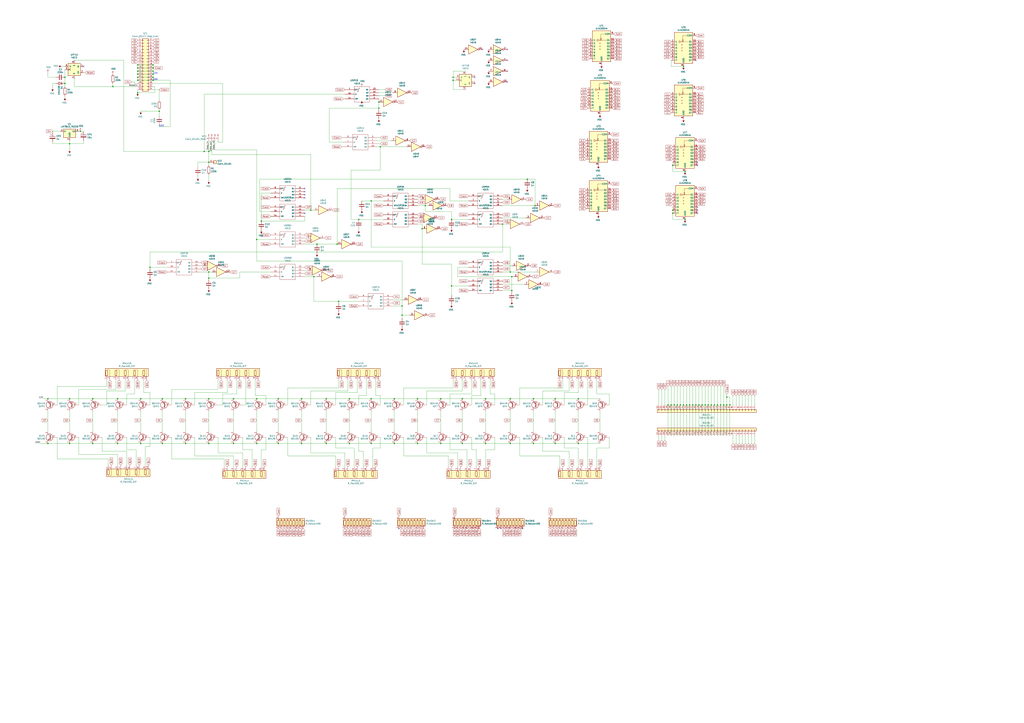
<source format=kicad_sch>
(kicad_sch (version 20211123) (generator eeschema)

  (uuid d0a0deb1-4f0f-4ede-b730-2c6d67cb9618)

  (paper "A1")

  

  (junction (at 342.9 327.66) (diameter 0) (color 0 0 0 0)
    (uuid 009b0d62-e9ea-4825-9fdf-befd291c76ce)
  )
  (junction (at 474.98 327.66) (diameter 0) (color 0 0 0 0)
    (uuid 017667a9-f5de-49c7-af53-4f9af2f3a311)
  )
  (junction (at 53.34 68.58) (diameter 0) (color 0 0 0 0)
    (uuid 05c4a04b-0442-4e18-9747-3d9fc4a562fe)
  )
  (junction (at 133.35 364.49) (diameter 0) (color 0 0 0 0)
    (uuid 08926936-9ea4-4894-afca-caca47f3c238)
  )
  (junction (at 171.45 228.6) (diameter 0) (color 0 0 0 0)
    (uuid 08fa8ff6-09a7-484c-b1d9-0e3b7c49bb26)
  )
  (junction (at 562.61 140.97) (diameter 0) (color 0 0 0 0)
    (uuid 0a83f85d-78ad-480a-a5ba-773caced8f09)
  )
  (junction (at 372.11 66.04) (diameter 0) (color 0 0 0 0)
    (uuid 0b4c0f05-c855-4742-bad2-dbf645d5842b)
  )
  (junction (at 171.45 223.52) (diameter 0) (color 0 0 0 0)
    (uuid 12481f4a-71b0-43a4-a69b-bc048ed999f0)
  )
  (junction (at 57.15 118.11) (diameter 0) (color 0 0 0 0)
    (uuid 12f8e43c-8f83-48d3-a9b5-5f3ebc0b6c43)
  )
  (junction (at 579.12 332.74) (diameter 0) (color 0 0 0 0)
    (uuid 15699041-ed40-45ee-87d8-f5e206a88536)
  )
  (junction (at 419.1 364.49) (diameter 0) (color 0 0 0 0)
    (uuid 173fd4a7-b485-4e9d-8724-470865466784)
  )
  (junction (at 558.8 332.74) (diameter 0) (color 0 0 0 0)
    (uuid 1855ca44-ab48-4b76-a210-97fc81d916c4)
  )
  (junction (at 287.02 327.66) (diameter 0) (color 0 0 0 0)
    (uuid 186c3f1e-1c94-498e-abf2-1069980f6633)
  )
  (junction (at 568.96 332.74) (diameter 0) (color 0 0 0 0)
    (uuid 1876c30c-72b2-4a8d-9f32-bf8b213530b4)
  )
  (junction (at 370.84 180.34) (diameter 0) (color 0 0 0 0)
    (uuid 199ade13-7442-4da9-8eea-a8e7681e2aee)
  )
  (junction (at 576.58 332.74) (diameter 0) (color 0 0 0 0)
    (uuid 1bd80cf9-f42a-4aee-a408-9dbf4e81e625)
  )
  (junction (at 551.18 332.74) (diameter 0) (color 0 0 0 0)
    (uuid 1bf7d0f9-0dcf-4d7c-b58c-318e3dc42bc9)
  )
  (junction (at 152.4 364.49) (diameter 0) (color 0 0 0 0)
    (uuid 21ca1c08-b8a3-4bdc-9356-70a4d86ee444)
  )
  (junction (at 594.36 332.74) (diameter 0) (color 0 0 0 0)
    (uuid 22962957-1efd-404d-83db-5b233b6c15b0)
  )
  (junction (at 563.88 332.74) (diameter 0) (color 0 0 0 0)
    (uuid 24adc223-60f0-4497-98a3-d664c5a13280)
  )
  (junction (at 438.15 364.49) (diameter 0) (color 0 0 0 0)
    (uuid 26296271-780a-4da9-8e69-910d9240bca1)
  )
  (junction (at 581.66 332.74) (diameter 0) (color 0 0 0 0)
    (uuid 26a22c19-4cc5-4237-9651-0edc4f854154)
  )
  (junction (at 130.81 91.44) (diameter 0) (color 0 0 0 0)
    (uuid 28f921ab-5f55-47f8-b726-02e567145cd5)
  )
  (junction (at 589.28 332.74) (diameter 0) (color 0 0 0 0)
    (uuid 29126f72-63f7-4275-8b12-6b96a71c6f17)
  )
  (junction (at 96.52 364.49) (diameter 0) (color 0 0 0 0)
    (uuid 2a4f1c24-6486-4fd8-8092-72bb07a81274)
  )
  (junction (at 304.8 364.49) (diameter 0) (color 0 0 0 0)
    (uuid 2bbd6c26-4114-4518-8f4a-c6fdadc046b6)
  )
  (junction (at 586.74 332.74) (diameter 0) (color 0 0 0 0)
    (uuid 2ea8fa6f-efc3-40fe-bcf9-05bfa46ead4f)
  )
  (junction (at 420.37 238.76) (diameter 0) (color 0 0 0 0)
    (uuid 3335d379-08d8-4469-9fa1-495ed5a43fba)
  )
  (junction (at 455.93 327.66) (diameter 0) (color 0 0 0 0)
    (uuid 3382bf79-b686-4aeb-9419-c8ab591662bb)
  )
  (junction (at 228.6 364.49) (diameter 0) (color 0 0 0 0)
    (uuid 341e67eb-d5e1-4cb7-9d11-5aa4ab832a2a)
  )
  (junction (at 113.03 66.04) (diameter 0) (color 0 0 0 0)
    (uuid 363189af-2faa-46a4-b025-5a779d801f2e)
  )
  (junction (at 125.73 66.04) (diameter 0) (color 0 0 0 0)
    (uuid 386faf3f-2adf-472a-84bf-bd511edf2429)
  )
  (junction (at 552.45 172.72) (diameter 0) (color 0 0 0 0)
    (uuid 3aec5e23-e675-4bcf-9a9e-48cb59d51927)
  )
  (junction (at 152.4 327.66) (diameter 0) (color 0 0 0 0)
    (uuid 3d70e675-48ae-4edd-b95d-3ca51e634018)
  )
  (junction (at 125.73 60.96) (diameter 0) (color 0 0 0 0)
    (uuid 3e87b259-dfc1-4885-8dcf-7e7ae39674ed)
  )
  (junction (at 433.07 147.32) (diameter 0) (color 0 0 0 0)
    (uuid 414a1d4c-7afc-4ffa-8579-88675cedc4ce)
  )
  (junction (at 330.2 251.46) (diameter 0) (color 0 0 0 0)
    (uuid 48034820-9d25-4020-8e74-d44c1441e803)
  )
  (junction (at 561.34 332.74) (diameter 0) (color 0 0 0 0)
    (uuid 4bbde53d-6894-4e18-9480-84a6a26d5f6b)
  )
  (junction (at 584.2 332.74) (diameter 0) (color 0 0 0 0)
    (uuid 4cc0e615-05a0-4f42-a208-4011ba8ef841)
  )
  (junction (at 379.73 327.66) (diameter 0) (color 0 0 0 0)
    (uuid 4f3dc5bc-04e8-4dcc-91dd-8782e84f321d)
  )
  (junction (at 210.82 196.85) (diameter 0) (color 0 0 0 0)
    (uuid 5641be26-f5e9-482f-8616-297f17f4eae2)
  )
  (junction (at 349.25 168.91) (diameter 0) (color 0 0 0 0)
    (uuid 5684e95c-6824-46cf-8e72-881178a51d31)
  )
  (junction (at 474.98 364.49) (diameter 0) (color 0 0 0 0)
    (uuid 56f0a67a-a93a-477a-9778-70fe2cfeeb5a)
  )
  (junction (at 553.72 332.74) (diameter 0) (color 0 0 0 0)
    (uuid 58390862-1833-41dd-9c4e-98073ea0da33)
  )
  (junction (at 267.97 327.66) (diameter 0) (color 0 0 0 0)
    (uuid 583b0bf3-0699-44db-b975-a241ad040fa4)
  )
  (junction (at 57.15 327.66) (diameter 0) (color 0 0 0 0)
    (uuid 5a010660-4a0b-4680-b361-32d4c3b60537)
  )
  (junction (at 113.03 76.2) (diameter 0) (color 0 0 0 0)
    (uuid 5c32b099-dba7-4228-8a5e-c2156f635ce2)
  )
  (junction (at 214.63 181.61) (diameter 0) (color 0 0 0 0)
    (uuid 5dbda758-e74b-4ccf-ad68-495d537d68ba)
  )
  (junction (at 294.64 180.34) (diameter 0) (color 0 0 0 0)
    (uuid 60ca4740-3009-4486-93d6-c2502818122b)
  )
  (junction (at 125.73 55.88) (diameter 0) (color 0 0 0 0)
    (uuid 645bdbdc-8f65-42ef-a021-2d3e7d74a739)
  )
  (junction (at 342.9 364.49) (diameter 0) (color 0 0 0 0)
    (uuid 6a1ae8ee-dea6-4015-b83e-baf8fcdfaf0f)
  )
  (junction (at 379.73 364.49) (diameter 0) (color 0 0 0 0)
    (uuid 6a25c4e1-7129-430c-892b-6eecb6ffdb47)
  )
  (junction (at 599.44 332.74) (diameter 0) (color 0 0 0 0)
    (uuid 706c1cb9-5d96-4282-9efc-6147f0125147)
  )
  (junction (at 278.13 247.65) (diameter 0) (color 0 0 0 0)
    (uuid 71aa3829-956e-4ff9-af3f-b06e50ab2b5a)
  )
  (junction (at 552.45 175.26) (diameter 0) (color 0 0 0 0)
    (uuid 72729c20-0465-4f8c-be80-3c22bb337ef7)
  )
  (junction (at 113.03 63.5) (diameter 0) (color 0 0 0 0)
    (uuid 7668b629-abd6-4e14-be84-df90ae487fc6)
  )
  (junction (at 76.2 327.66) (diameter 0) (color 0 0 0 0)
    (uuid 771cb5c1-62ba-4cca-999e-cdcbe417213c)
  )
  (junction (at 113.03 60.96) (diameter 0) (color 0 0 0 0)
    (uuid 7f064424-06a6-4f5b-87d6-1970ae527766)
  )
  (junction (at 96.52 327.66) (diameter 0) (color 0 0 0 0)
    (uuid 830aee7f-dfce-42cd-85ef-6370f6dc02f5)
  )
  (junction (at 191.77 327.66) (diameter 0) (color 0 0 0 0)
    (uuid 848901d5-fdee-4920-a04d-fbc03c912e79)
  )
  (junction (at 210.82 327.66) (diameter 0) (color 0 0 0 0)
    (uuid 868b5d0d-f911-4724-9580-d9e69eb9f709)
  )
  (junction (at 57.15 364.49) (diameter 0) (color 0 0 0 0)
    (uuid 897277a3-b7ce-4d18-8c5f-1c984a246298)
  )
  (junction (at 125.73 58.42) (diameter 0) (color 0 0 0 0)
    (uuid 8b3ba7fc-20b6-43c4-a020-80151e1caecc)
  )
  (junction (at 113.03 53.34) (diameter 0) (color 0 0 0 0)
    (uuid 8b963561-586b-4575-b721-87e7914602c6)
  )
  (junction (at 323.85 364.49) (diameter 0) (color 0 0 0 0)
    (uuid 8efe6411-1919-4082-b5b8-393585e068c8)
  )
  (junction (at 412.75 184.15) (diameter 0) (color 0 0 0 0)
    (uuid 8fd0b33a-45bf-4216-9d7e-a62e1c071730)
  )
  (junction (at 419.1 327.66) (diameter 0) (color 0 0 0 0)
    (uuid 905b154b-e92b-469d-b2e2-340d67daddb7)
  )
  (junction (at 552.45 135.89) (diameter 0) (color 0 0 0 0)
    (uuid 9116f42f-8d27-4055-8fab-af8b6ed6959f)
  )
  (junction (at 591.82 332.74) (diameter 0) (color 0 0 0 0)
    (uuid 91fc5800-6029-46b1-848d-ca0091f97267)
  )
  (junction (at 438.15 327.66) (diameter 0) (color 0 0 0 0)
    (uuid 92d938cc-f8b1-437d-8914-3d97a0938f67)
  )
  (junction (at 596.9 326.39) (diameter 0) (color 0 0 0 0)
    (uuid 92f063a3-7cce-4a96-8a3a-cf5767f700c6)
  )
  (junction (at 548.64 332.74) (diameter 0) (color 0 0 0 0)
    (uuid 94d24676-7ae3-483c-8bd6-88d31adf00b4)
  )
  (junction (at 171.45 364.49) (diameter 0) (color 0 0 0 0)
    (uuid a04f8542-6c38-4d5c-bdbb-c8e0311a0936)
  )
  (junction (at 191.77 364.49) (diameter 0) (color 0 0 0 0)
    (uuid a1701438-3c8b-4b49-8695-36ec7f9ae4d2)
  )
  (junction (at 596.9 332.74) (diameter 0) (color 0 0 0 0)
    (uuid a177c3b4-b04c-490e-b3fe-d3d4d7aa24a7)
  )
  (junction (at 171.45 133.35) (diameter 0) (color 0 0 0 0)
    (uuid a1934286-475c-49dc-8ea7-db1d069727a2)
  )
  (junction (at 171.45 124.46) (diameter 0) (color 0 0 0 0)
    (uuid a5362821-c161-4c7a-a00c-40e1d7472d56)
  )
  (junction (at 562.61 180.34) (diameter 0) (color 0 0 0 0)
    (uuid a6460cc6-b11c-4dff-a0ea-9de680e68ca8)
  )
  (junction (at 419.1 223.52) (diameter 0) (color 0 0 0 0)
    (uuid af66589f-0dae-4737-851f-f8cddd35005b)
  )
  (junction (at 561.34 54.61) (diameter 0) (color 0 0 0 0)
    (uuid afc1392c-4488-4251-8167-de520abba754)
  )
  (junction (at 167.64 124.46) (diameter 0) (color 0 0 0 0)
    (uuid afc58bc7-e8b3-4ec7-b7ec-e155055196a5)
  )
  (junction (at 311.15 88.9) (diameter 0) (color 0 0 0 0)
    (uuid b285d77c-3eef-4763-b6e4-d7759b529dfd)
  )
  (junction (at 439.42 168.91) (diameter 0) (color 0 0 0 0)
    (uuid b4856fa9-d711-4b3f-8ccf-343375c62dce)
  )
  (junction (at 123.19 219.71) (diameter 0) (color 0 0 0 0)
    (uuid b5cea0b5-192f-476b-a3c8-0c26e2231699)
  )
  (junction (at 133.35 327.66) (diameter 0) (color 0 0 0 0)
    (uuid b5ffe018-0d06-4a1b-95ee-b5763a35798d)
  )
  (junction (at 267.97 364.49) (diameter 0) (color 0 0 0 0)
    (uuid b6924901-677d-424a-a3f4-52c8dd1fa5f5)
  )
  (junction (at 113.03 58.42) (diameter 0) (color 0 0 0 0)
    (uuid b7c09c15-282b-4731-8942-008851172201)
  )
  (junction (at 398.78 364.49) (diameter 0) (color 0 0 0 0)
    (uuid bab3431c-ede6-417b-8033-763748a11a9f)
  )
  (junction (at 113.03 55.88) (diameter 0) (color 0 0 0 0)
    (uuid bf6104a1-a529-4c00-b4ae-92001543f7ec)
  )
  (junction (at 311.15 83.82) (diameter 0) (color 0 0 0 0)
    (uuid c0e13d91-53b7-4de6-8d61-7c13732113b8)
  )
  (junction (at 361.95 327.66) (diameter 0) (color 0 0 0 0)
    (uuid c2211bf7-6ed0-4800-9f21-d6a078bedba2)
  )
  (junction (at 574.04 332.74) (diameter 0) (color 0 0 0 0)
    (uuid c346b00c-b5e0-4939-beb4-7f48172ef334)
  )
  (junction (at 566.42 332.74) (diameter 0) (color 0 0 0 0)
    (uuid c3d5daf8-d359-42b2-a7c2-0d080ba7e212)
  )
  (junction (at 115.57 364.49) (diameter 0) (color 0 0 0 0)
    (uuid c7db4903-f95a-49f5-bcce-c52f0ca8defc)
  )
  (junction (at 571.5 332.74) (diameter 0) (color 0 0 0 0)
    (uuid ca9b74ce-0dee-401c-9544-f599f4cf538d)
  )
  (junction (at 346.71 187.96) (diameter 0) (color 0 0 0 0)
    (uuid cad44c02-7fd2-4e9a-b93a-e1b73d6a3ee6)
  )
  (junction (at 276.86 200.66) (diameter 0) (color 0 0 0 0)
    (uuid cd48b13f-c989-4ac1-a7f0-053afcd77527)
  )
  (junction (at 370.84 234.95) (diameter 0) (color 0 0 0 0)
    (uuid d372e2ac-d81e-48b7-8c55-9bbe58eeffc3)
  )
  (junction (at 53.34 63.5) (diameter 0) (color 0 0 0 0)
    (uuid d4f9d898-7a83-4186-a9d6-9da79adbdd19)
  )
  (junction (at 304.8 165.1) (diameter 0) (color 0 0 0 0)
    (uuid d5a7688c-7438-4b6d-999f-4f2a3cb18fd6)
  )
  (junction (at 247.65 364.49) (diameter 0) (color 0 0 0 0)
    (uuid d8d71ad3-6fd1-4a98-9c1f-70c4fbf3d1d1)
  )
  (junction (at 312.42 120.65) (diameter 0) (color 0 0 0 0)
    (uuid d97f24b8-3f5c-4536-a071-0786594f3ffe)
  )
  (junction (at 39.37 327.66) (diameter 0) (color 0 0 0 0)
    (uuid dbbbcbf5-ed09-4c20-902c-70f108158aba)
  )
  (junction (at 330.2 259.08) (diameter 0) (color 0 0 0 0)
    (uuid dd3da890-32ef-4a5a-aea4-e5d2141f1ff1)
  )
  (junction (at 210.82 364.49) (diameter 0) (color 0 0 0 0)
    (uuid de438bc3-2eba-4b9f-95e9-35ce5db157f6)
  )
  (junction (at 125.73 63.5) (diameter 0) (color 0 0 0 0)
    (uuid de552ae9-cde6-4643-8cc7-9de2579dadae)
  )
  (junction (at 255.27 172.72) (diameter 0) (color 0 0 0 0)
    (uuid df5c9f6b-a62e-44ba-997f-b2cf3279c7d4)
  )
  (junction (at 398.78 327.66) (diameter 0) (color 0 0 0 0)
    (uuid dfba7148-cad3-4f40-9835-b1394bd30a2c)
  )
  (junction (at 455.93 364.49) (diameter 0) (color 0 0 0 0)
    (uuid e29e8d7d-cee8-47d4-8444-1d7032daf03c)
  )
  (junction (at 76.2 364.49) (diameter 0) (color 0 0 0 0)
    (uuid e6bf257d-5112-423c-b70a-adf8446f29da)
  )
  (junction (at 556.26 332.74) (diameter 0) (color 0 0 0 0)
    (uuid e86e4fae-9ca7-4857-a93c-bc6a3048f887)
  )
  (junction (at 39.37 364.49) (diameter 0) (color 0 0 0 0)
    (uuid ed612f6d-67c1-4198-976d-84139f8d99bc)
  )
  (junction (at 323.85 327.66) (diameter 0) (color 0 0 0 0)
    (uuid ef400389-7e37-4c93-8647-76318089d59f)
  )
  (junction (at 257.81 227.33) (diameter 0) (color 0 0 0 0)
    (uuid f0f3907b-44e3-4106-9f24-d8ce836b6bb0)
  )
  (junction (at 228.6 327.66) (diameter 0) (color 0 0 0 0)
    (uuid f2044410-03ac-4994-9652-9e5f480320f0)
  )
  (junction (at 420.37 227.33) (diameter 0) (color 0 0 0 0)
    (uuid f220d6a7-3170-4e04-8de6-2df0c3962fe0)
  )
  (junction (at 115.57 327.66) (diameter 0) (color 0 0 0 0)
    (uuid f321809c-ab7a-4356-9b11-4c0d46c421ba)
  )
  (junction (at 260.35 200.66) (diameter 0) (color 0 0 0 0)
    (uuid f48f1d12-9008-4743-81e2-bdec45db64a1)
  )
  (junction (at 171.45 327.66) (diameter 0) (color 0 0 0 0)
    (uuid f5a3f95b-1a53-41b4-b208-bf168c9d9c6d)
  )
  (junction (at 125.73 53.34) (diameter 0) (color 0 0 0 0)
    (uuid f67bbef3-6f59-49ba-8890-d1f9dc9f9ad6)
  )
  (junction (at 372.11 63.5) (diameter 0) (color 0 0 0 0)
    (uuid f699494a-77d6-4c73-bd50-29c1c1c5b879)
  )
  (junction (at 66.04 107.95) (diameter 0) (color 0 0 0 0)
    (uuid fa20e708-ec85-4e0b-8402-f74a2724f920)
  )
  (junction (at 92.71 71.12) (diameter 0) (color 0 0 0 0)
    (uuid fb35e3b1-aff6-41a7-9cf0-52694b95edeb)
  )
  (junction (at 304.8 327.66) (diameter 0) (color 0 0 0 0)
    (uuid fc12372f-6e31-40f9-8043-b00b861f0171)
  )
  (junction (at 361.95 364.49) (diameter 0) (color 0 0 0 0)
    (uuid fcb4f52a-a6cb-4ca0-970a-4c8a2c0f3942)
  )
  (junction (at 287.02 364.49) (diameter 0) (color 0 0 0 0)
    (uuid fe4068b9-89da-4c59-ba51-b5949772f5d8)
  )
  (junction (at 247.65 327.66) (diameter 0) (color 0 0 0 0)
    (uuid ffb86135-b43f-4a42-9aa6-73aa7ba972a9)
  )

  (no_connect (at 429.26 434.34) (uuid 0d7333ca-0587-43cb-9af7-f59016c85820))
  (no_connect (at 250.19 160.02) (uuid 0dcb5ab5-f291-489d-b2bc-0f0b25b801ee))
  (no_connect (at 572.77 135.89) (uuid 119c633c-175b-4b38-bbc1-1a076032c16e))
  (no_connect (at 572.77 170.18) (uuid 248d15cd-dd0c-425d-94cb-b44ccf865457))
  (no_connect (at 416.56 58.42) (uuid 47a2dd37-ad02-4281-9a66-8ff7ab400570))
  (no_connect (at 416.56 67.31) (uuid 5a67196f-9472-4a8d-961f-eac8ec999d85))
  (no_connect (at 571.5 49.53) (uuid 5b29962f-685a-409c-915c-9c4a92ed442a))
  (no_connect (at 416.56 49.53) (uuid 63ace593-9960-4666-bb08-47e6f085cee8))
  (no_connect (at 411.48 434.34) (uuid 6597e724-ffad-43f1-9619-cca25cced87f))
  (no_connect (at 572.77 172.72) (uuid 669e2f76-dce7-4b88-b383-d3587e6cc0cc))
  (no_connect (at 389.89 63.5) (uuid 6bd46644-7209-4d4d-acd8-f4c0d045bc61))
  (no_connect (at 250.19 175.26) (uuid 7114de55-86d9-46c1-a412-07f5eb895435))
  (no_connect (at 250.19 157.48) (uuid 7410568a-af90-4a4e-a67d-5fd1863e0d95))
  (no_connect (at 416.56 40.64) (uuid 8162f841-188b-4932-8603-536d516e6ca1))
  (no_connect (at 408.94 434.34) (uuid aeae1c08-0511-41ff-896d-95b95a86eb35))
  (no_connect (at 68.58 54.61) (uuid b54cae5b-c17c-4ed7-b249-2e7d5e83609a))
  (no_connect (at 250.19 154.94) (uuid baaf14d0-0c5c-4bf0-82d7-5ee71082500d))
  (no_connect (at 389.89 68.58) (uuid befdfbe5-f3e5-423b-a34e-7bba3f218536))
  (no_connect (at 572.77 133.35) (uuid c66790a8-2c84-47da-b059-a728d9f51463))
  (no_connect (at 396.24 40.64) (uuid dc9eba43-a0ae-45fc-b91c-9050201557b9))
  (no_connect (at 250.19 162.56) (uuid f879c0e8-5893-4eb4-8e59-2292a632100f))
  (no_connect (at 572.77 175.26) (uuid fb4e7351-d265-4999-adf6-bc7596c21cf3))
  (no_connect (at 327.66 434.34) (uuid fc329e60-968a-4f61-ba77-53d29ff8c1c7))

  (wire (pts (xy 541.02 358.14) (xy 541.02 361.95))
    (stroke (width 0) (type default) (color 0 0 0 0))
    (uuid 000b46d6-b833-4804-8f56-56d539f76d09)
  )
  (wire (pts (xy 331.47 246.38) (xy 322.58 246.38))
    (stroke (width 0) (type default) (color 0 0 0 0))
    (uuid 01422660-08c8-48f3-98ca-26cbe7f98f5b)
  )
  (wire (pts (xy 552.45 172.72) (xy 552.45 170.18))
    (stroke (width 0) (type default) (color 0 0 0 0))
    (uuid 01657d30-6f8e-4bbd-a3dd-6a0742c69aca)
  )
  (wire (pts (xy 459.74 374.65) (xy 459.74 383.54))
    (stroke (width 0) (type default) (color 0 0 0 0))
    (uuid 020b7e1f-8bb0-4882-91d4-7894bf18db84)
  )
  (wire (pts (xy 368.3 374.65) (xy 368.3 383.54))
    (stroke (width 0) (type default) (color 0 0 0 0))
    (uuid 02b1295e-cf95-47ff-9c57-f8ada28f2e94)
  )
  (wire (pts (xy 130.81 104.14) (xy 130.81 102.87))
    (stroke (width 0) (type default) (color 0 0 0 0))
    (uuid 035be484-9afe-485c-8946-4ad797464cff)
  )
  (wire (pts (xy 182.88 116.84) (xy 179.07 116.84))
    (stroke (width 0) (type default) (color 0 0 0 0))
    (uuid 04868f85-bc69-4fa9-8e62-d78ffe5ae58e)
  )
  (wire (pts (xy 162.56 133.35) (xy 171.45 133.35))
    (stroke (width 0) (type default) (color 0 0 0 0))
    (uuid 05378b8f-daf9-49a0-854e-3047e8d212ad)
  )
  (wire (pts (xy 184.15 383.54) (xy 184.15 377.19))
    (stroke (width 0) (type default) (color 0 0 0 0))
    (uuid 0588e431-d56d-4df4-9ffd-6cd4bba412cb)
  )
  (wire (pts (xy 500.38 368.3) (xy 500.38 359.41))
    (stroke (width 0) (type default) (color 0 0 0 0))
    (uuid 058e77a4-10af-4bc8-a984-5984d3bbee4c)
  )
  (wire (pts (xy 372.11 63.5) (xy 372.11 66.04))
    (stroke (width 0) (type default) (color 0 0 0 0))
    (uuid 05d3e08e-e1f9-46cf-93d0-836d1306d03a)
  )
  (wire (pts (xy 612.14 325.12) (xy 612.14 332.74))
    (stroke (width 0) (type default) (color 0 0 0 0))
    (uuid 06665bf8-cef1-4e75-8d5b-1537b3c1b090)
  )
  (wire (pts (xy 275.59 322.58) (xy 293.37 322.58))
    (stroke (width 0) (type default) (color 0 0 0 0))
    (uuid 073c8287-235c-4712-a9a0-60a07a1119d5)
  )
  (wire (pts (xy 113.03 53.34) (xy 125.73 53.34))
    (stroke (width 0) (type default) (color 0 0 0 0))
    (uuid 082aed28-f9e8-49e7-96ee-b5aa9f0319c7)
  )
  (wire (pts (xy 182.88 323.85) (xy 194.31 323.85))
    (stroke (width 0) (type default) (color 0 0 0 0))
    (uuid 08ac4c42-16f0-4513-b91e-bf0b3a111257)
  )
  (wire (pts (xy 287.02 327.66) (xy 267.97 327.66))
    (stroke (width 0) (type default) (color 0 0 0 0))
    (uuid 094dc71e-7ea9-4e30-8ba7-749216ec2a8b)
  )
  (wire (pts (xy 571.5 332.74) (xy 571.5 317.5))
    (stroke (width 0) (type default) (color 0 0 0 0))
    (uuid 099473f1-6598-46ff-a50f-4c520832170d)
  )
  (wire (pts (xy 179.07 332.74) (xy 182.88 332.74))
    (stroke (width 0) (type default) (color 0 0 0 0))
    (uuid 09ab0b5c-3dee-42c8-b9e5-de0673874ccd)
  )
  (wire (pts (xy 349.25 173.99) (xy 370.84 173.99))
    (stroke (width 0) (type default) (color 0 0 0 0))
    (uuid 0a2d185c-629f-461f-8b6b-f91f1894e6ba)
  )
  (wire (pts (xy 349.25 168.91) (xy 351.79 168.91))
    (stroke (width 0) (type default) (color 0 0 0 0))
    (uuid 0a52fedd-967a-423d-aaaf-3875f20f935b)
  )
  (wire (pts (xy 336.55 259.08) (xy 330.2 259.08))
    (stroke (width 0) (type default) (color 0 0 0 0))
    (uuid 0a79db37-f1d9-40b1-a24d-8bdfb8f637e2)
  )
  (wire (pts (xy 387.35 312.42) (xy 387.35 323.85))
    (stroke (width 0) (type default) (color 0 0 0 0))
    (uuid 0ab1512b-eb91-4574-b11f-326e0ff10082)
  )
  (wire (pts (xy 556.26 332.74) (xy 556.26 358.14))
    (stroke (width 0) (type default) (color 0 0 0 0))
    (uuid 0ba17a9b-d889-426c-b4fe-048bed6b6be8)
  )
  (wire (pts (xy 467.36 370.84) (xy 445.77 370.84))
    (stroke (width 0) (type default) (color 0 0 0 0))
    (uuid 0bbd2e43-3eb0-4216-861b-a58366dbe43d)
  )
  (wire (pts (xy 123.19 322.58) (xy 118.11 322.58))
    (stroke (width 0) (type default) (color 0 0 0 0))
    (uuid 0e18138e-f1a3-4288-bb34-3b6bcfb64ff6)
  )
  (wire (pts (xy 257.81 227.33) (xy 250.19 227.33))
    (stroke (width 0) (type default) (color 0 0 0 0))
    (uuid 0e1c6bbc-4cc4-4ce9-b48a-8292bb286da8)
  )
  (wire (pts (xy 604.52 358.14) (xy 604.52 364.49))
    (stroke (width 0) (type default) (color 0 0 0 0))
    (uuid 0e32af77-726b-4e11-9f99-2e2484ba9e9b)
  )
  (wire (pts (xy 300.99 325.12) (xy 294.64 325.12))
    (stroke (width 0) (type default) (color 0 0 0 0))
    (uuid 0e416ef5-3e03-4fa4-b2a6-3ab634a5ee03)
  )
  (wire (pts (xy 171.45 354.33) (xy 171.45 337.82))
    (stroke (width 0) (type default) (color 0 0 0 0))
    (uuid 0f9b475c-adb7-41fc-b827-33d4eaa86b99)
  )
  (wire (pts (xy 370.84 234.95) (xy 370.84 217.17))
    (stroke (width 0) (type default) (color 0 0 0 0))
    (uuid 0ff398d7-e6e2-4972-a7a4-438407886f34)
  )
  (wire (pts (xy 210.82 364.49) (xy 191.77 364.49))
    (stroke (width 0) (type default) (color 0 0 0 0))
    (uuid 1053b01a-057e-4e79-a21c-42780a737ea9)
  )
  (wire (pts (xy 247.65 364.49) (xy 228.6 364.49))
    (stroke (width 0) (type default) (color 0 0 0 0))
    (uuid 105d44ff-63b9-4299-9078-473af583971a)
  )
  (wire (pts (xy 130.81 73.66) (xy 125.73 73.66))
    (stroke (width 0) (type default) (color 0 0 0 0))
    (uuid 10e5ae6d-e43e-4ff8-abc5-fd9df16782da)
  )
  (wire (pts (xy 419.1 223.52) (xy 419.1 203.2))
    (stroke (width 0) (type default) (color 0 0 0 0))
    (uuid 10fa1a8c-62cb-4b8f-b916-b18d737ff71b)
  )
  (wire (pts (xy 127 71.12) (xy 125.73 71.12))
    (stroke (width 0) (type default) (color 0 0 0 0))
    (uuid 112371bd-7aa2-4b47-b184-50d12afc2534)
  )
  (wire (pts (xy 57.15 118.11) (xy 68.58 118.11))
    (stroke (width 0) (type default) (color 0 0 0 0))
    (uuid 12c8f4c9-cb79-4390-b96c-a717c693de17)
  )
  (wire (pts (xy 186.69 322.58) (xy 160.02 322.58))
    (stroke (width 0) (type default) (color 0 0 0 0))
    (uuid 133d5403-9be3-4603-824b-d3b76147e745)
  )
  (wire (pts (xy 563.88 317.5) (xy 563.88 332.74))
    (stroke (width 0) (type default) (color 0 0 0 0))
    (uuid 13ac70df-e9b9-44e5-96e6-20f0b0dc6a3a)
  )
  (wire (pts (xy 604.52 325.12) (xy 604.52 332.74))
    (stroke (width 0) (type default) (color 0 0 0 0))
    (uuid 15189cef-9045-423b-b4f6-a763d4e75704)
  )
  (wire (pts (xy 609.6 358.14) (xy 609.6 364.49))
    (stroke (width 0) (type default) (color 0 0 0 0))
    (uuid 152cd84e-bbed-4df5-a866-d1ab977b0966)
  )
  (wire (pts (xy 140.97 332.74) (xy 140.97 320.04))
    (stroke (width 0) (type default) (color 0 0 0 0))
    (uuid 15a0f067-831a-4ddb-bdef-5fb7df267d8f)
  )
  (wire (pts (xy 140.97 377.19) (xy 140.97 359.41))
    (stroke (width 0) (type default) (color 0 0 0 0))
    (uuid 15e1670d-9e79-4a5e-88ad-fbbb238a3e8a)
  )
  (wire (pts (xy 370.84 173.99) (xy 370.84 180.34))
    (stroke (width 0) (type default) (color 0 0 0 0))
    (uuid 17adff9d-c581-42e4-b552-035b922b5256)
  )
  (wire (pts (xy 331.47 332.74) (xy 331.47 318.77))
    (stroke (width 0) (type default) (color 0 0 0 0))
    (uuid 18208121-3872-4be3-a687-40854be3e1c8)
  )
  (wire (pts (xy 309.88 115.57) (xy 321.31 115.57))
    (stroke (width 0) (type default) (color 0 0 0 0))
    (uuid 18d3014d-7089-41b5-ab03-53cc0a265580)
  )
  (wire (pts (xy 342.9 184.15) (xy 346.71 184.15))
    (stroke (width 0) (type default) (color 0 0 0 0))
    (uuid 18dee026-9999-4f10-8c36-736131349406)
  )
  (wire (pts (xy 490.22 383.54) (xy 490.22 368.3))
    (stroke (width 0) (type default) (color 0 0 0 0))
    (uuid 18e95a1d-9d1d-4b93-8e4c-2d03c344acc0)
  )
  (wire (pts (xy 293.37 322.58) (xy 293.37 312.42))
    (stroke (width 0) (type default) (color 0 0 0 0))
    (uuid 19264aae-fe9e-4afc-84ac-56ec33a3b20d)
  )
  (wire (pts (xy 384.81 165.1) (xy 369.57 165.1))
    (stroke (width 0) (type default) (color 0 0 0 0))
    (uuid 19515fa4-c166-4b6e-837d-c01a89e98000)
  )
  (wire (pts (xy 574.04 317.5) (xy 574.04 332.74))
    (stroke (width 0) (type default) (color 0 0 0 0))
    (uuid 199124ca-dd64-45cf-a063-97cc545cbea7)
  )
  (wire (pts (xy 280.67 120.65) (xy 281.94 120.65))
    (stroke (width 0) (type default) (color 0 0 0 0))
    (uuid 19d6a411-8997-491d-aace-09fdbc63404d)
  )
  (wire (pts (xy 278.13 312.42) (xy 278.13 318.77))
    (stroke (width 0) (type default) (color 0 0 0 0))
    (uuid 1a734ace-0cd0-489a-9380-915322ff12bd)
  )
  (wire (pts (xy 438.15 364.49) (xy 419.1 364.49))
    (stroke (width 0) (type default) (color 0 0 0 0))
    (uuid 1a7e7b16-fc7c-4e64-9ace-48cc78112437)
  )
  (wire (pts (xy 346.71 187.96) (xy 346.71 217.17))
    (stroke (width 0) (type default) (color 0 0 0 0))
    (uuid 1a9f0d73-6986-450b-8da5-dca8d718cd0d)
  )
  (wire (pts (xy 140.97 320.04) (xy 179.07 320.04))
    (stroke (width 0) (type default) (color 0 0 0 0))
    (uuid 1ab4dceb-24cc-4050-aa74-e8fbb39d3760)
  )
  (wire (pts (xy 39.37 364.49) (xy 33.02 364.49))
    (stroke (width 0) (type default) (color 0 0 0 0))
    (uuid 1ae3634a-f90f-4c6a-8ba7-b38f98d4ccb2)
  )
  (wire (pts (xy 500.38 323.85) (xy 490.22 323.85))
    (stroke (width 0) (type default) (color 0 0 0 0))
    (uuid 1c92f382-4ec3-478f-a1ca-afadd3087787)
  )
  (wire (pts (xy 171.45 124.46) (xy 171.45 133.35))
    (stroke (width 0) (type default) (color 0 0 0 0))
    (uuid 1cc5480b-56b7-4379-98e2-ccafc88911a7)
  )
  (wire (pts (xy 152.4 327.66) (xy 133.35 327.66))
    (stroke (width 0) (type default) (color 0 0 0 0))
    (uuid 1d1a7683-c090-4798-9b40-7ed0d9f3ce3b)
  )
  (wire (pts (xy 76.2 364.49) (xy 57.15 364.49))
    (stroke (width 0) (type default) (color 0 0 0 0))
    (uuid 1d9dc91c-3457-4ca5-8e42-43be60ae0831)
  )
  (wire (pts (xy 541.02 332.74) (xy 541.02 320.04))
    (stroke (width 0) (type default) (color 0 0 0 0))
    (uuid 1de61170-5337-44c5-ba28-bd477db4bff1)
  )
  (wire (pts (xy 445.77 370.84) (xy 445.77 359.41))
    (stroke (width 0) (type default) (color 0 0 0 0))
    (uuid 1eca5f72-2356-4c55-919d-595727faf3b9)
  )
  (wire (pts (xy 162.56 137.16) (xy 162.56 133.35))
    (stroke (width 0) (type default) (color 0 0 0 0))
    (uuid 1fe580af-2bbd-4ada-a604-f23db74d45b8)
  )
  (wire (pts (xy 278.13 318.77) (xy 236.22 318.77))
    (stroke (width 0) (type default) (color 0 0 0 0))
    (uuid 20e1c48c-ae14-4a88-835e-87633cbb6a1c)
  )
  (wire (pts (xy 66.04 107.95) (xy 64.77 107.95))
    (stroke (width 0) (type default) (color 0 0 0 0))
    (uuid 21492bcd-343a-4b2b-b55a-b4586c11bdeb)
  )
  (wire (pts (xy 309.88 120.65) (xy 312.42 120.65))
    (stroke (width 0) (type default) (color 0 0 0 0))
    (uuid 218a2487-4406-4830-b6ad-8a4182eda4f4)
  )
  (wire (pts (xy 162.56 146.05) (xy 162.56 144.78))
    (stroke (width 0) (type default) (color 0 0 0 0))
    (uuid 22ab392d-1989-4185-9178-8083812ea067)
  )
  (wire (pts (xy 176.53 115.57) (xy 176.53 123.19))
    (stroke (width 0) (type default) (color 0 0 0 0))
    (uuid 22c28634-55a5-4f76-9217-6b70ddd108b8)
  )
  (wire (pts (xy 260.35 200.66) (xy 250.19 200.66))
    (stroke (width 0) (type default) (color 0 0 0 0))
    (uuid 23345f3e-d08d-4834-b1dc-64de02569916)
  )
  (wire (pts (xy 420.37 238.76) (xy 412.75 238.76))
    (stroke (width 0) (type default) (color 0 0 0 0))
    (uuid 234e1024-0b7f-410c-90bb-bae43af1eb25)
  )
  (wire (pts (xy 275.59 383.54) (xy 275.59 374.65))
    (stroke (width 0) (type default) (color 0 0 0 0))
    (uuid 245a6fb4-6361-4438-82ca-8861d43ca7f5)
  )
  (wire (pts (xy 474.98 337.82) (xy 474.98 354.33))
    (stroke (width 0) (type default) (color 0 0 0 0))
    (uuid 24a492d9-25a9-4fba-b51b-3effb576b351)
  )
  (wire (pts (xy 247.65 354.33) (xy 247.65 337.82))
    (stroke (width 0) (type default) (color 0 0 0 0))
    (uuid 24fd922c-d488-4d61-b6dc-9d3e359ccc82)
  )
  (wire (pts (xy 383.54 369.57) (xy 369.57 369.57))
    (stroke (width 0) (type default) (color 0 0 0 0))
    (uuid 25247d0c-5910-484b-9651-5750d422a450)
  )
  (wire (pts (xy 619.76 332.74) (xy 619.76 325.12))
    (stroke (width 0) (type default) (color 0 0 0 0))
    (uuid 272c2a78-b5f5-4b61-aed3-ec69e0e92729)
  )
  (wire (pts (xy 76.2 354.33) (xy 76.2 337.82))
    (stroke (width 0) (type default) (color 0 0 0 0))
    (uuid 2765a021-71f1-4136-b72b-81c2c6882946)
  )
  (wire (pts (xy 372.11 73.66) (xy 382.27 73.66))
    (stroke (width 0) (type default) (color 0 0 0 0))
    (uuid 282c8e53-3acc-42f0-a92a-6aa976b97a93)
  )
  (wire (pts (xy 267.97 327.66) (xy 247.65 327.66))
    (stroke (width 0) (type default) (color 0 0 0 0))
    (uuid 28d267fd-6d61-43bb-9705-8d59d7a44e81)
  )
  (wire (pts (xy 218.44 369.57) (xy 218.44 359.41))
    (stroke (width 0) (type default) (color 0 0 0 0))
    (uuid 296ded40-ed53-4798-8db4-dad7b794226b)
  )
  (wire (pts (xy 579.12 358.14) (xy 579.12 332.74))
    (stroke (width 0) (type default) (color 0 0 0 0))
    (uuid 29cbb0bc-f66b-4d11-80e7-5bb270e42496)
  )
  (wire (pts (xy 294.64 247.65) (xy 278.13 247.65))
    (stroke (width 0) (type default) (color 0 0 0 0))
    (uuid 29cd9e70-9b68-44f7-96b2-fe993c246832)
  )
  (wire (pts (xy 402.59 312.42) (xy 402.59 323.85))
    (stroke (width 0) (type default) (color 0 0 0 0))
    (uuid 29ec1a54-dea0-4d1a-a3dc-a7441a09bb9e)
  )
  (wire (pts (xy 614.68 358.14) (xy 614.68 364.49))
    (stroke (width 0) (type default) (color 0 0 0 0))
    (uuid 2a4111b7-8149-4814-9344-3b8119cd75e4)
  )
  (wire (pts (xy 218.44 325.12) (xy 218.44 332.74))
    (stroke (width 0) (type default) (color 0 0 0 0))
    (uuid 2b7c4f37-42c0-4571-a44b-b808484d3d74)
  )
  (wire (pts (xy 115.57 364.49) (xy 96.52 364.49))
    (stroke (width 0) (type default) (color 0 0 0 0))
    (uuid 2c10387c-3cac-4a7c-bbfb-95d69f41a890)
  )
  (wire (pts (xy 350.52 321.31) (xy 350.52 332.74))
    (stroke (width 0) (type default) (color 0 0 0 0))
    (uuid 2cd2fee2-51b2-4fcd-8c94-c435e6791358)
  )
  (wire (pts (xy 384.81 234.95) (xy 370.84 234.95))
    (stroke (width 0) (type default) (color 0 0 0 0))
    (uuid 2dc66f7e-d85d-4081-ae71-fd8851d6aeda)
  )
  (wire (pts (xy 214.63 369.57) (xy 218.44 369.57))
    (stroke (width 0) (type default) (color 0 0 0 0))
    (uuid 2e0f69a6-955c-44f2-af4d-b4ad566ef54b)
  )
  (wire (pts (xy 278.13 247.65) (xy 278.13 248.92))
    (stroke (width 0) (type default) (color 0 0 0 0))
    (uuid 2e1d63b8-5189-41bb-8b6a-c4ada546b2d5)
  )
  (wire (pts (xy 601.98 364.49) (xy 601.98 358.14))
    (stroke (width 0) (type default) (color 0 0 0 0))
    (uuid 2ee28fa9-d785-45a1-9a1b-1be02ad8cd0b)
  )
  (wire (pts (xy 330.2 259.08) (xy 330.2 261.62))
    (stroke (width 0) (type default) (color 0 0 0 0))
    (uuid 315d2b15-cfe6-4672-b3ad-24773f3df12c)
  )
  (wire (pts (xy 113.03 63.5) (xy 113.03 66.04))
    (stroke (width 0) (type default) (color 0 0 0 0))
    (uuid 31bfc3e7-147b-4531-a0c5-e3a305c1647d)
  )
  (wire (pts (xy 196.85 223.52) (xy 222.25 223.52))
    (stroke (width 0) (type default) (color 0 0 0 0))
    (uuid 321eb03e-d5d7-4c98-9326-4c49d56670ae)
  )
  (wire (pts (xy 379.73 327.66) (xy 361.95 327.66))
    (stroke (width 0) (type default) (color 0 0 0 0))
    (uuid 3273ec61-4a33-41c2-82bf-cde7c8587c1b)
  )
  (wire (pts (xy 125.73 68.58) (xy 182.88 68.58))
    (stroke (width 0) (type default) (color 0 0 0 0))
    (uuid 335263d3-7e35-4a9c-83c2-cd71d45f0688)
  )
  (wire (pts (xy 255.27 359.41) (xy 255.27 372.11))
    (stroke (width 0) (type default) (color 0 0 0 0))
    (uuid 337d1242-91ab-4446-8b9e-7609c6a49e3c)
  )
  (wire (pts (xy 556.26 317.5) (xy 556.26 332.74))
    (stroke (width 0) (type default) (color 0 0 0 0))
    (uuid 3457afc5-3e4f-4220-81d1-b079f653a722)
  )
  (wire (pts (xy 201.93 332.74) (xy 199.39 332.74))
    (stroke (width 0) (type default) (color 0 0 0 0))
    (uuid 35431843-170f-401f-88d7-da91172bed86)
  )
  (wire (pts (xy 584.2 358.14) (xy 584.2 332.74))
    (stroke (width 0) (type default) (color 0 0 0 0))
    (uuid 355ced6c-c08a-4586-9a09-7a9c624536f6)
  )
  (wire (pts (xy 482.6 332.74) (xy 482.6 312.42))
    (stroke (width 0) (type default) (color 0 0 0 0))
    (uuid 36210d52-4f9a-42bc-a022-019a63c67fc2)
  )
  (wire (pts (xy 398.78 383.54) (xy 398.78 369.57))
    (stroke (width 0) (type default) (color 0 0 0 0))
    (uuid 3675ad1a-972f-4046-b23a-e6ca04304035)
  )
  (wire (pts (xy 113.03 66.04) (xy 125.73 66.04))
    (stroke (width 0) (type default) (color 0 0 0 0))
    (uuid 37657eee-b379-4145-b65d-79c82b53e49e)
  )
  (wire (pts (xy 331.47 318.77) (xy 372.11 318.77))
    (stroke (width 0) (type default) (color 0 0 0 0))
    (uuid 3768cce7-1e64-480e-bb38-0c6794a852ac)
  )
  (wire (pts (xy 294.64 189.23) (xy 294.64 187.96))
    (stroke (width 0) (type default) (color 0 0 0 0))
    (uuid 39125f99-6caa-4e69-9ae5-ca3bd6e3a49c)
  )
  (wire (pts (xy 283.21 81.28) (xy 281.94 81.28))
    (stroke (width 0) (type default) (color 0 0 0 0))
    (uuid 3934b2e9-06c8-499c-a6df-4d7b35cfb894)
  )
  (wire (pts (xy 543.56 320.04) (xy 543.56 332.74))
    (stroke (width 0) (type default) (color 0 0 0 0))
    (uuid 3a1a39fc-8030-4c93-9d9c-d79ba6824099)
  )
  (wire (pts (xy 87.63 321.31) (xy 102.87 321.31))
    (stroke (width 0) (type default) (color 0 0 0 0))
    (uuid 3b19a97f-624a-48d9-8072-15bdeede0fff)
  )
  (wire (pts (xy 596.9 323.85) (xy 596.9 326.39))
    (stroke (width 0) (type default) (color 0 0 0 0))
    (uuid 3b65c51e-c243-447e-bee9-832d94c1630e)
  )
  (wire (pts (xy 361.95 337.82) (xy 361.95 354.33))
    (stroke (width 0) (type default) (color 0 0 0 0))
    (uuid 3bb9c3d4-9a6f-41ac-8d1e-92ed4fe334c0)
  )
  (wire (pts (xy 546.1 361.95) (xy 546.1 358.14))
    (stroke (width 0) (type default) (color 0 0 0 0))
    (uuid 3bbbbb7d-391c-4fee-ac81-3c47878edc38)
  )
  (wire (pts (xy 43.18 109.22) (xy 43.18 107.95))
    (stroke (width 0) (type default) (color 0 0 0 0))
    (uuid 3bca658b-a598-4669-a7cb-3f9b5f47bb5a)
  )
  (wire (pts (xy 46.99 359.41) (xy 46.99 377.19))
    (stroke (width 0) (type default) (color 0 0 0 0))
    (uuid 3bdaeac5-b4b7-4a96-b0da-b5e1b46798c2)
  )
  (wire (pts (xy 39.37 63.5) (xy 45.72 63.5))
    (stroke (width 0) (type default) (color 0 0 0 0))
    (uuid 3cf0233f-86e3-4b85-ad75-fb8a46f37498)
  )
  (wire (pts (xy 372.11 318.77) (xy 372.11 312.42))
    (stroke (width 0) (type default) (color 0 0 0 0))
    (uuid 3d213c37-de80-490e-9f45-2814d3fc958b)
  )
  (wire (pts (xy 210.82 327.66) (xy 191.77 327.66))
    (stroke (width 0) (type default) (color 0 0 0 0))
    (uuid 3d2a15cb-c492-4d9a-b1dd-7d5f099d2d31)
  )
  (wire (pts (xy 110.49 68.58) (xy 113.03 68.58))
    (stroke (width 0) (type default) (color 0 0 0 0))
    (uuid 3d552623-2969-4b15-8623-368144f225e9)
  )
  (wire (pts (xy 308.61 325.12) (xy 308.61 312.42))
    (stroke (width 0) (type default) (color 0 0 0 0))
    (uuid 3dfbccca-f469-4a6f-a8bd-5f55435b5cfa)
  )
  (wire (pts (xy 500.38 332.74) (xy 500.38 323.85))
    (stroke (width 0) (type default) (color 0 0 0 0))
    (uuid 3e147ce1-21a6-4e77-a3db-fd00d575cd22)
  )
  (wire (pts (xy 171.45 133.35) (xy 171.45 135.89))
    (stroke (width 0) (type default) (color 0 0 0 0))
    (uuid 3ece4e6a-36d6-4507-8bce-02ca2429f9ce)
  )
  (wire (pts (xy 571.5 332.74) (xy 571.5 358.14))
    (stroke (width 0) (type default) (color 0 0 0 0))
    (uuid 3ed2c840-383d-4cbd-bc3b-c4ea4c97b333)
  )
  (wire (pts (xy 619.76 364.49) (xy 619.76 358.14))
    (stroke (width 0) (type default) (color 0 0 0 0))
    (uuid 3f2a6679-91d7-4b6c-bf5c-c4d5abb2bc44)
  )
  (wire (pts (xy 311.15 81.28) (xy 311.15 83.82))
    (stroke (width 0) (type default) (color 0 0 0 0))
    (uuid 406d491e-5b01-46dc-a768-fd0992cdb346)
  )
  (wire (pts (xy 596.9 332.74) (xy 596.9 358.14))
    (stroke (width 0) (type default) (color 0 0 0 0))
    (uuid 4086cbd7-6ba7-4e63-8da9-17e60627ee17)
  )
  (wire (pts (xy 182.88 68.58) (xy 182.88 116.84))
    (stroke (width 0) (type default) (color 0 0 0 0))
    (uuid 4102ae0e-3d75-40cd-957b-0b4db5d3f5ee)
  )
  (wire (pts (xy 68.58 115.57) (xy 68.58 118.11))
    (stroke (width 0) (type default) (color 0 0 0 0))
    (uuid 41485de5-6ed3-4c83-b69e-ef83ae18093c)
  )
  (wire (pts (xy 165.1 223.52) (xy 171.45 223.52))
    (stroke (width 0) (type default) (color 0 0 0 0))
    (uuid 41524d81-a7f7-45af-a8c6-15609b68d1fd)
  )
  (wire (pts (xy 267.97 364.49) (xy 247.65 364.49))
    (stroke (width 0) (type default) (color 0 0 0 0))
    (uuid 41ab46ed-40f5-461d-81aa-1f02dc069a49)
  )
  (wire (pts (xy 130.81 90.17) (xy 130.81 91.44))
    (stroke (width 0) (type default) (color 0 0 0 0))
    (uuid 4223805d-8db1-4df1-b73a-3d99f37f1701)
  )
  (wire (pts (xy 101.6 124.46) (xy 167.64 124.46))
    (stroke (width 0) (type default) (color 0 0 0 0))
    (uuid 4263a0e8-33fc-439f-9b56-889a4f5d7b26)
  )
  (wire (pts (xy 562.61 180.34) (xy 552.45 180.34))
    (stroke (width 0) (type default) (color 0 0 0 0))
    (uuid 42688fc6-3e24-4a56-9963-828da46dcdfb)
  )
  (wire (pts (xy 57.15 123.19) (xy 57.15 118.11))
    (stroke (width 0) (type default) (color 0 0 0 0))
    (uuid 4344bc11-e822-474b-8d61-d12211e719b1)
  )
  (wire (pts (xy 276.86 154.94) (xy 276.86 200.66))
    (stroke (width 0) (type default) (color 0 0 0 0))
    (uuid 43f341b3-06e9-4e7a-a26e-5365b89d76bf)
  )
  (wire (pts (xy 95.25 312.42) (xy 95.25 320.04))
    (stroke (width 0) (type default) (color 0 0 0 0))
    (uuid 44509293-79e2-4fab-8860-b0cecb591afa)
  )
  (wire (pts (xy 467.36 383.54) (xy 467.36 370.84))
    (stroke (width 0) (type default) (color 0 0 0 0))
    (uuid 44e993be-f2df-4e61-a598-dfd6e106a208)
  )
  (wire (pts (xy 379.73 354.33) (xy 379.73 337.82))
    (stroke (width 0) (type default) (color 0 0 0 0))
    (uuid 45484f82-420e-44d0-a58e-382bb939dac5)
  )
  (wire (pts (xy 160.02 374.65) (xy 191.77 374.65))
    (stroke (width 0) (type default) (color 0 0 0 0))
    (uuid 45676199-bb82-4d58-98c1-b606deb355be)
  )
  (wire (pts (xy 342.9 327.66) (xy 323.85 327.66))
    (stroke (width 0) (type default) (color 0 0 0 0))
    (uuid 45836d49-cd5f-417d-b0f6-c8b43d196a36)
  )
  (wire (pts (xy 330.2 214.63) (xy 330.2 251.46))
    (stroke (width 0) (type default) (color 0 0 0 0))
    (uuid 45a58c23-3e6d-4df0-af01-6d5948b0075c)
  )
  (wire (pts (xy 474.98 368.3) (xy 463.55 368.3))
    (stroke (width 0) (type default) (color 0 0 0 0))
    (uuid 45b7fe01-a2fa-40c2-a3a2-4a9ae7c34dba)
  )
  (wire (pts (xy 584.2 317.5) (xy 584.2 332.74))
    (stroke (width 0) (type default) (color 0 0 0 0))
    (uuid 4641c87c-bffa-41fe-ae77-be3a97a6f797)
  )
  (wire (pts (xy 467.36 312.42) (xy 467.36 321.31))
    (stroke (width 0) (type default) (color 0 0 0 0))
    (uuid 4648968b-aa58-4f57-8f45-54b088364670)
  )
  (wire (pts (xy 591.82 332.74) (xy 591.82 358.14))
    (stroke (width 0) (type default) (color 0 0 0 0))
    (uuid 465137b4-f6f7-4d51-9b40-b161947d5cc1)
  )
  (wire (pts (xy 214.63 383.54) (xy 214.63 369.57))
    (stroke (width 0) (type default) (color 0 0 0 0))
    (uuid 47be24ee-e15b-4cee-b84b-350111ac1499)
  )
  (wire (pts (xy 260.35 227.33) (xy 257.81 227.33))
    (stroke (width 0) (type default) (color 0 0 0 0))
    (uuid 48a8c1f5-4bcb-4560-9762-44aaefee4419)
  )
  (wire (pts (xy 275.59 374.65) (xy 236.22 374.65))
    (stroke (width 0) (type default) (color 0 0 0 0))
    (uuid 49b38f13-9789-4c6d-bbd5-2c69a9e19e69)
  )
  (wire (pts (xy 546.1 332.74) (xy 546.1 320.04))
    (stroke (width 0) (type default) (color 0 0 0 0))
    (uuid 49b5f540-e128-4e08-bb09-f321f8e64056)
  )
  (wire (pts (xy 375.92 372.11) (xy 350.52 372.11))
    (stroke (width 0) (type default) (color 0 0 0 0))
    (uuid 4aee84d1-0859-48ac-a053-5a981ee1b24a)
  )
  (wire (pts (xy 492.76 327.66) (xy 474.98 327.66))
    (stroke (width 0) (type default) (color 0 0 0 0))
    (uuid 4c144ffa-02d0-42da-aef1-f5175cbde9c0)
  )
  (wire (pts (xy 474.98 383.54) (xy 474.98 368.3))
    (stroke (width 0) (type default) (color 0 0 0 0))
    (uuid 4c4b4317-29d0-438a-b331-525ede18773a)
  )
  (wire (pts (xy 209.55 325.12) (xy 218.44 325.12))
    (stroke (width 0) (type default) (color 0 0 0 0))
    (uuid 4c717b47-484c-4d70-8fcd-83c406ff2d17)
  )
  (wire (pts (xy 420.37 227.33) (xy 421.64 227.33))
    (stroke (width 0) (type default) (color 0 0 0 0))
    (uuid 4d2fd49e-2cb2-44d4-8935-68488970d97b)
  )
  (wire (pts (xy 260.35 200.66) (xy 276.86 200.66))
    (stroke (width 0) (type default) (color 0 0 0 0))
    (uuid 4d51bc15-1f84-46be-8e16-e836b10f854e)
  )
  (wire (pts (xy 294.64 370.84) (xy 298.45 370.84))
    (stroke (width 0) (type default) (color 0 0 0 0))
    (uuid 4d55ddc7-73be-49f7-98ea-a0ba474cbdb0)
  )
  (wire (pts (xy 285.75 321.31) (xy 255.27 321.31))
    (stroke (width 0) (type default) (color 0 0 0 0))
    (uuid 4d6dfe4f-0070-449e-bb5c-a3b1d4b26ba7)
  )
  (wire (pts (xy 323.85 364.49) (xy 304.8 364.49))
    (stroke (width 0) (type default) (color 0 0 0 0))
    (uuid 4e7a230a-c1a4-4455-81ee-277835acf4a2)
  )
  (wire (pts (xy 304.8 337.82) (xy 304.8 354.33))
    (stroke (width 0) (type default) (color 0 0 0 0))
    (uuid 4ef07d45-f940-4cb6-bb96-2ddec13fd099)
  )
  (wire (pts (xy 194.31 323.85) (xy 194.31 312.42))
    (stroke (width 0) (type default) (color 0 0 0 0))
    (uuid 4fc3183f-297c-42b7-b3bd-25a9ea18c844)
  )
  (wire (pts (xy 342.9 168.91) (xy 349.25 168.91))
    (stroke (width 0) (type default) (color 0 0 0 0))
    (uuid 504cb9e4-5572-4208-bc9d-30a7efff8b9a)
  )
  (wire (pts (xy 133.35 337.82) (xy 133.35 354.33))
    (stroke (width 0) (type default) (color 0 0 0 0))
    (uuid 50a799a7-f8f3-4f13-9288-b10696e9a7da)
  )
  (wire (pts (xy 304.8 364.49) (xy 287.02 364.49))
    (stroke (width 0) (type default) (color 0 0 0 0))
    (uuid 51f5536d-48d2-4807-be44-93f427952b0e)
  )
  (wire (pts (xy 412.75 184.15) (xy 415.29 184.15))
    (stroke (width 0) (type default) (color 0 0 0 0))
    (uuid 524d7aa8-362f-459a-b2ae-4ca2a0b1612b)
  )
  (wire (pts (xy 290.83 383.54) (xy 290.83 368.3))
    (stroke (width 0) (type default) (color 0 0 0 0))
    (uuid 5290e0d7-1f24-4c0b-91ff-28c5a304ab9a)
  )
  (wire (pts (xy 251.46 195.58) (xy 250.19 195.58))
    (stroke (width 0) (type default) (color 0 0 0 0))
    (uuid 544c9ad7-a0b6-4f88-9dcd-908e3e2acf79)
  )
  (wire (pts (xy 115.57 327.66) (xy 96.52 327.66))
    (stroke (width 0) (type default) (color 0 0 0 0))
    (uuid 54d76293-1ce2-46f8-9be7-a3d7f9f28112)
  )
  (wire (pts (xy 160.02 359.41) (xy 160.02 374.65))
    (stroke (width 0) (type default) (color 0 0 0 0))
    (uuid 55ac7ee1-f461-406b-8cf5-da47a7717180)
  )
  (wire (pts (xy 288.29 139.7) (xy 288.29 180.34))
    (stroke (width 0) (type default) (color 0 0 0 0))
    (uuid 55b28997-b330-40d1-b32a-125cd071668d)
  )
  (wire (pts (xy 426.72 374.65) (xy 459.74 374.65))
    (stroke (width 0) (type default) (color 0 0 0 0))
    (uuid 55fa5fa0-9426-4801-b40c-682e71189d8a)
  )
  (wire (pts (xy 612.14 364.49) (xy 612.14 358.14))
    (stroke (width 0) (type default) (color 0 0 0 0))
    (uuid 560d05a7-84e4-403a-80d1-f287a4032b8a)
  )
  (wire (pts (xy 104.14 382.27) (xy 104.14 370.84))
    (stroke (width 0) (type default) (color 0 0 0 0))
    (uuid 567a04d6-5dce-4e5f-9e8e-f34010ecea5b)
  )
  (wire (pts (xy 369.57 154.94) (xy 369.57 165.1))
    (stroke (width 0) (type default) (color 0 0 0 0))
    (uuid 56dc9d1a-d125-4218-be7e-afbadad9f13c)
  )
  (wire (pts (xy 123.19 367.03) (xy 119.38 367.03))
    (stroke (width 0) (type default) (color 0 0 0 0))
    (uuid 57121f1d-c971-4830-b974-00f7d706f0c9)
  )
  (wire (pts (xy 402.59 323.85) (xy 406.4 323.85))
    (stroke (width 0) (type default) (color 0 0 0 0))
    (uuid 5778dc8c-60fe-435e-b75a-362eae1b81ab)
  )
  (wire (pts (xy 576.58 332.74) (xy 576.58 317.5))
    (stroke (width 0) (type default) (color 0 0 0 0))
    (uuid 57f248a7-365e-4c42-b80d-5a7d1f9dfaf3)
  )
  (wire (pts (xy 383.54 383.54) (xy 383.54 369.57))
    (stroke (width 0) (type default) (color 0 0 0 0))
    (uuid 59142adb-6887-41fc-851e-9a7f51511d60)
  )
  (wire (pts (xy 228.6 337.82) (xy 228.6 354.33))
    (stroke (width 0) (type default) (color 0 0 0 0))
    (uuid 59ee13a4-660e-47e2-a73a-01cfe11439e9)
  )
  (wire (pts (xy 312.42 120.65) (xy 334.01 120.65))
    (stroke (width 0) (type default) (color 0 0 0 0))
    (uuid 5aa1c642-a9f0-4211-8572-3a7e8453422e)
  )
  (wire (pts (xy 387.35 369.57) (xy 391.16 369.57))
    (stroke (width 0) (type default) (color 0 0 0 0))
    (uuid 5b04e20f-8575-4362-b040-2e2133d670c8)
  )
  (wire (pts (xy 596.9 326.39) (xy 596.9 332.74))
    (stroke (width 0) (type default) (color 0 0 0 0))
    (uuid 5bab6a37-1fdf-4cf8-b571-44c962ed86e9)
  )
  (wire (pts (xy 39.37 354.33) (xy 39.37 337.82))
    (stroke (width 0) (type default) (color 0 0 0 0))
    (uuid 5c1d6842-15a5-4f73-b198-8836681840a1)
  )
  (wire (pts (xy 252.73 222.25) (xy 250.19 222.25))
    (stroke (width 0) (type default) (color 0 0 0 0))
    (uuid 5c9202d7-6a93-43b3-87c0-77347fd72885)
  )
  (wire (pts (xy 342.9 364.49) (xy 323.85 364.49))
    (stroke (width 0) (type default) (color 0 0 0 0))
    (uuid 5cc7655c-62f2-43d2-a7a5-eaa4635dada8)
  )
  (wire (pts (xy 257.81 227.33) (xy 257.81 247.65))
    (stroke (width 0) (type default) (color 0 0 0 0))
    (uuid 5da0928a-9939-439c-bcbe-74de097058a8)
  )
  (wire (pts (xy 426.72 359.41) (xy 426.72 374.65))
    (stroke (width 0) (type default) (color 0 0 0 0))
    (uuid 5dffd1d6-faf9-418e-b9a0-84fb6b6b4454)
  )
  (wire (pts (xy 553.72 332.74) (xy 553.72 317.5))
    (stroke (width 0) (type default) (color 0 0 0 0))
    (uuid 5e755161-24a5-4650-a6e3-9836bf074412)
  )
  (wire (pts (xy 398.78 364.49) (xy 379.73 364.49))
    (stroke (width 0) (type default) (color 0 0 0 0))
    (uuid 5f059fcf-8990-4db3-9058-7f232d9600e1)
  )
  (wire (pts (xy 382.27 58.42) (xy 372.11 58.42))
    (stroke (width 0) (type default) (color 0 0 0 0))
    (uuid 5f38bdb2-3657-474e-8e86-d6bb0b298110)
  )
  (wire (pts (xy 558.8 317.5) (xy 558.8 332.74))
    (stroke (width 0) (type default) (color 0 0 0 0))
    (uuid 5f48b0f2-82cf-40ce-afac-440f97643c36)
  )
  (wire (pts (xy 375.92 383.54) (xy 375.92 372.11))
    (stroke (width 0) (type default) (color 0 0 0 0))
    (uuid 5fc4054a-b929-433e-a947-747fb7ed003d)
  )
  (wire (pts (xy 171.45 223.52) (xy 171.45 228.6))
    (stroke (width 0) (type default) (color 0 0 0 0))
    (uuid 604495b3-3885-49af-8442-bcf3d7361dc4)
  )
  (wire (pts (xy 331.47 374.65) (xy 368.3 374.65))
    (stroke (width 0) (type default) (color 0 0 0 0))
    (uuid 617edc57-1dbf-4296-b365-6d76f68a1c0f)
  )
  (wire (pts (xy 199.39 369.57) (xy 207.01 369.57))
    (stroke (width 0) (type default) (color 0 0 0 0))
    (uuid 61fae217-e18a-4e68-8630-42cc06a8ba2f)
  )
  (wire (pts (xy 463.55 368.3) (xy 463.55 359.41))
    (stroke (width 0) (type default) (color 0 0 0 0))
    (uuid 6239967a-77bd-4ec9-89cd-e04efd8dbe26)
  )
  (wire (pts (xy 275.59 368.3) (xy 275.59 359.41))
    (stroke (width 0) (type default) (color 0 0 0 0))
    (uuid 624c6565-c4fd-4d29-87af-f77dd1ba0898)
  )
  (wire (pts (xy 171.45 223.52) (xy 173.99 223.52))
    (stroke (width 0) (type default) (color 0 0 0 0))
    (uuid 628f0a9f-12ce-4a6a-8ea2-8c2cdfc4161e)
  )
  (wire (pts (xy 306.07 368.3) (xy 312.42 368.3))
    (stroke (width 0) (type default) (color 0 0 0 0))
    (uuid 62a1b97d-067d-487c-835b-0166330d25fe)
  )
  (wire (pts (xy 551.18 54.61) (xy 561.34 54.61))
    (stroke (width 0) (type default) (color 0 0 0 0))
    (uuid 62af6e3c-7d06-438a-b62f-014ae3262ea1)
  )
  (wire (pts (xy 361.95 327.66) (xy 342.9 327.66))
    (stroke (width 0) (type default) (color 0 0 0 0))
    (uuid 62cbcc21-2cec-41ab-be06-499e1a78d7e7)
  )
  (wire (pts (xy 599.44 358.14) (xy 599.44 332.74))
    (stroke (width 0) (type default) (color 0 0 0 0))
    (uuid 63caf46e-0228-40de-b819-c6bd29dd1711)
  )
  (wire (pts (xy 53.34 78.74) (xy 53.34 80.01))
    (stroke (width 0) (type default) (color 0 0 0 0))
    (uuid 6476e233-d260-45fe-84d2-9ade7d0003a0)
  )
  (wire (pts (xy 568.96 358.14) (xy 568.96 332.74))
    (stroke (width 0) (type default) (color 0 0 0 0))
    (uuid 653a86ba-a1ae-4175-9d4c-c788087956d0)
  )
  (wire (pts (xy 171.45 228.6) (xy 171.45 229.87))
    (stroke (width 0) (type default) (color 0 0 0 0))
    (uuid 65e58d89-f213-4051-b36b-7b3454867ad5)
  )
  (wire (pts (xy 311.15 78.74) (xy 316.23 78.74))
    (stroke (width 0) (type default) (color 0 0 0 0))
    (uuid 661ca2ba-bce5-4308-99a6-de333a625515)
  )
  (wire (pts (xy 438.15 337.82) (xy 438.15 354.33))
    (stroke (width 0) (type default) (color 0 0 0 0))
    (uuid 665081dc-8354-4d41-8855-bde8901aee4c)
  )
  (wire (pts (xy 490.22 323.85) (xy 490.22 312.42))
    (stroke (width 0) (type default) (color 0 0 0 0))
    (uuid 67d6d490-a9a4-4ec7-8744-7c7abc821282)
  )
  (wire (pts (xy 306.07 383.54) (xy 306.07 368.3))
    (stroke (width 0) (type default) (color 0 0 0 0))
    (uuid 69f75991-c8c0-49a9-aed8-daa6ca9a5d73)
  )
  (wire (pts (xy 574.04 358.14) (xy 574.04 332.74))
    (stroke (width 0) (type default) (color 0 0 0 0))
    (uuid 6a0919c2-460c-4229-b872-14e318e1ba8b)
  )
  (wire (pts (xy 53.34 68.58) (xy 53.34 63.5))
    (stroke (width 0) (type default) (color 0 0 0 0))
    (uuid 6a5b3eea-de35-4a54-8316-e56ea2a634e4)
  )
  (wire (pts (xy 64.77 320.04) (xy 64.77 332.74))
    (stroke (width 0) (type default) (color 0 0 0 0))
    (uuid 6ae901e7-3f37-4fdc-9fbb-f82666744826)
  )
  (wire (pts (xy 247.65 327.66) (xy 228.6 327.66))
    (stroke (width 0) (type default) (color 0 0 0 0))
    (uuid 6d1e2df9-cc89-4e18-a541-699f0d20dd45)
  )
  (wire (pts (xy 270.51 88.9) (xy 270.51 116.84))
    (stroke (width 0) (type default) (color 0 0 0 0))
    (uuid 6dc32d24-5ef0-4c0e-ad26-4d147b147b28)
  )
  (wire (pts (xy 222.25 158.75) (xy 214.63 158.75))
    (stroke (width 0) (type default) (color 0 0 0 0))
    (uuid 6e77d4d6-0239-4c20-98f8-23ae4f71d638)
  )
  (wire (pts (xy 171.45 228.6) (xy 196.85 228.6))
    (stroke (width 0) (type default) (color 0 0 0 0))
    (uuid 6f13bfbf-7f19-4b33-9de2-b8c15c8c88ee)
  )
  (wire (pts (xy 64.77 359.41) (xy 64.77 373.38))
    (stroke (width 0) (type default) (color 0 0 0 0))
    (uuid 6f3f676d-a47a-4e8c-8d6e-02275a3490d7)
  )
  (wire (pts (xy 179.07 320.04) (xy 179.07 312.42))
    (stroke (width 0) (type default) (color 0 0 0 0))
    (uuid 6f78c1fb-f693-4737-b750-74e50c35a564)
  )
  (wire (pts (xy 304.8 165.1) (xy 297.18 165.1))
    (stroke (width 0) (type default) (color 0 0 0 0))
    (uuid 6fd21292-6577-40e1-bbda-18906b5e9f6f)
  )
  (wire (pts (xy 201.93 312.42) (xy 201.93 332.74))
    (stroke (width 0) (type default) (color 0 0 0 0))
    (uuid 6fddc16f-ccc1-4ade-884c-d6efda461da8)
  )
  (wire (pts (xy 312.42 139.7) (xy 312.42 120.65))
    (stroke (width 0) (type default) (color 0 0 0 0))
    (uuid 6fff55eb-076f-4a2f-86d3-091fcb2366e9)
  )
  (wire (pts (xy 228.6 364.49) (xy 210.82 364.49))
    (stroke (width 0) (type default) (color 0 0 0 0))
    (uuid 7043f61a-4f1e-4cab-9031-a6449e41a893)
  )
  (wire (pts (xy 236.22 374.65) (xy 236.22 359.41))
    (stroke (width 0) (type default) (color 0 0 0 0))
    (uuid 71079b24-2e2e-494b-a607-86ccdae75c6e)
  )
  (wire (pts (xy 152.4 337.82) (xy 152.4 354.33))
    (stroke (width 0) (type default) (color 0 0 0 0))
    (uuid 71a9f036-1f13-462e-ac9e-81caaaa7f807)
  )
  (wire (pts (xy 563.88 358.14) (xy 563.88 332.74))
    (stroke (width 0) (type default) (color 0 0 0 0))
    (uuid 7233cb6b-d8fd-4fcd-9b4f-8b0ed19b1b12)
  )
  (wire (pts (xy 133.35 327.66) (xy 115.57 327.66))
    (stroke (width 0) (type default) (color 0 0 0 0))
    (uuid 7247fe96-7885-4063-8282-ea2fd2b28b0d)
  )
  (wire (pts (xy 431.8 179.07) (xy 412.75 179.07))
    (stroke (width 0) (type default) (color 0 0 0 0))
    (uuid 72e9c34a-4fbc-4581-8ad2-e93bc3c3ccb0)
  )
  (wire (pts (xy 210.82 123.19) (xy 210.82 196.85))
    (stroke (width 0) (type default) (color 0 0 0 0))
    (uuid 74012f9c-57f0-452a-9ea1-1e3437e264b8)
  )
  (wire (pts (xy 167.64 124.46) (xy 171.45 124.46))
    (stroke (width 0) (type default) (color 0 0 0 0))
    (uuid 740c9c9e-c377-4082-a7c2-2dfeb8296429)
  )
  (wire (pts (xy 304.8 203.2) (xy 304.8 165.1))
    (stroke (width 0) (type default) (color 0 0 0 0))
    (uuid 750e60a2-e808-4253-8275-b79930fb2714)
  )
  (wire (pts (xy 300.99 312.42) (xy 300.99 325.12))
    (stroke (width 0) (type default) (color 0 0 0 0))
    (uuid 751752b1-1f0f-490c-ba43-2d34c357b41e)
  )
  (wire (pts (xy 304.8 327.66) (xy 287.02 327.66))
    (stroke (width 0) (type default) (color 0 0 0 0))
    (uuid 761492e2-a989-4596-80c3-fcd6943df072)
  )
  (wire (pts (xy 558.8 358.14) (xy 558.8 332.74))
    (stroke (width 0) (type default) (color 0 0 0 0))
    (uuid 761c8e29-382a-475c-a37a-7201cc9cd0f5)
  )
  (wire (pts (xy 104.14 323.85) (xy 104.14 332.74))
    (stroke (width 0) (type default) (color 0 0 0 0))
    (uuid 7684f860-395c-40b3-8cc0-a644dcdbc220)
  )
  (wire (pts (xy 123.19 359.41) (xy 123.19 367.03))
    (stroke (width 0) (type default) (color 0 0 0 0))
    (uuid 76862e4a-1816-475c-9943-666036c637f7)
  )
  (wire (pts (xy 43.18 72.39) (xy 43.18 68.58))
    (stroke (width 0) (type default) (color 0 0 0 0))
    (uuid 77121855-7958-40c5-81ca-b386a811e84c)
  )
  (wire (pts (xy 419.1 327.66) (xy 398.78 327.66))
    (stroke (width 0) (type default) (color 0 0 0 0))
    (uuid 778b0e81-d70b-4705-ae45-b4c475c88dab)
  )
  (wire (pts (xy 171.45 364.49) (xy 152.4 364.49))
    (stroke (width 0) (type default) (color 0 0 0 0))
    (uuid 784e3230-2053-4bc9-a786-5ac2bd0df0f5)
  )
  (wire (pts (xy 115.57 354.33) (xy 115.57 337.82))
    (stroke (width 0) (type default) (color 0 0 0 0))
    (uuid 78a228c9-bbf0-49cf-b917-2dec23b390df)
  )
  (wire (pts (xy 213.36 147.32) (xy 213.36 173.99))
    (stroke (width 0) (type default) (color 0 0 0 0))
    (uuid 799d9f4a-bb6b-44d5-9f4c-3a30db59943d)
  )
  (wire (pts (xy 426.72 332.74) (xy 426.72 318.77))
    (stroke (width 0) (type default) (color 0 0 0 0))
    (uuid 7a6d9a4e-fe6a-4427-9f0c-a10fd3ceb923)
  )
  (wire (pts (xy 455.93 364.49) (xy 438.15 364.49))
    (stroke (width 0) (type default) (color 0 0 0 0))
    (uuid 7ac1ccc5-26c5-4b73-8425-7bbec927bf24)
  )
  (wire (pts (xy 199.39 372.11) (xy 179.07 372.11))
    (stroke (width 0) (type default) (color 0 0 0 0))
    (uuid 7c3df708-fb44-40cc-b435-cd67e8cec48a)
  )
  (wire (pts (xy 267.97 337.82) (xy 267.97 354.33))
    (stroke (width 0) (type default) (color 0 0 0 0))
    (uuid 7ce4aab5-8271-4432-a4b1-bff168293b45)
  )
  (wire (pts (xy 330.2 251.46) (xy 322.58 251.46))
    (stroke (width 0) (type default) (color 0 0 0 0))
    (uuid 7df9ce6f-7f38-4582-a049-7f92faf1abc9)
  )
  (wire (pts (xy 285.75 312.42) (xy 285.75 321.31))
    (stroke (width 0) (type default) (color 0 0 0 0))
    (uuid 7e232027-e1fd-4d55-a751-dd67130d7d22)
  )
  (wire (pts (xy 579.12 317.5) (xy 579.12 332.74))
    (stroke (width 0) (type default) (color 0 0 0 0))
    (uuid 80095e91-6317-4cfb-9aea-884c9a1accc5)
  )
  (wire (pts (xy 191.77 374.65) (xy 191.77 383.54))
    (stroke (width 0) (type default) (color 0 0 0 0))
    (uuid 8019bb27-2172-4d60-932e-7bd55a890b6c)
  )
  (wire (pts (xy 57.15 364.49) (xy 39.37 364.49))
    (stroke (width 0) (type default) (color 0 0 0 0))
    (uuid 80b9a57f-3326-43ca-b6ca-5e911992b3c4)
  )
  (wire (pts (xy 350.52 372.11) (xy 350.52 359.41))
    (stroke (width 0) (type default) (color 0 0 0 0))
    (uuid 811f5389-c208-4640-ab1a-b454491bb330)
  )
  (wire (pts (xy 57.15 327.66) (xy 39.37 327.66))
    (stroke (width 0) (type default) (color 0 0 0 0))
    (uuid 81ab7ed7-7160-4650-b711-4daa2902dc8b)
  )
  (wire (pts (xy 123.19 207.01) (xy 123.19 219.71))
    (stroke (width 0) (type default) (color 0 0 0 0))
    (uuid 8313e187-c805-4927-8002-313a51839243)
  )
  (wire (pts (xy 374.65 66.04) (xy 372.11 66.04))
    (stroke (width 0) (type default) (color 0 0 0 0))
    (uuid 83c5181e-f5ee-453c-ae5c-d7256ba8837d)
  )
  (wire (pts (xy 482.6 359.41) (xy 482.6 383.54))
    (stroke (width 0) (type default) (color 0 0 0 0))
    (uuid 83d9db3e-661a-47bf-b26c-99313ad8bac9)
  )
  (wire (pts (xy 387.35 325.12) (xy 394.97 325.12))
    (stroke (width 0) (type default) (color 0 0 0 0))
    (uuid 84d5cf13-52aa-4648-82e7-8be6e886a6b2)
  )
  (wire (pts (xy 311.15 88.9) (xy 311.15 90.17))
    (stroke (width 0) (type default) (color 0 0 0 0))
    (uuid 856c0384-2dfc-47d2-a66c-a145c3149f14)
  )
  (wire (pts (xy 209.55 312.42) (xy 209.55 325.12))
    (stroke (width 0) (type default) (color 0 0 0 0))
    (uuid 85d211d4-76e7-4e49-a9c8-2e1cc8ab5805)
  )
  (wire (pts (xy 102.87 321.31) (xy 102.87 312.42))
    (stroke (width 0) (type default) (color 0 0 0 0))
    (uuid 87f44303-a6e8-48e5-bb6d-f89abb09a999)
  )
  (wire (pts (xy 596.9 326.39) (xy 599.44 326.39))
    (stroke (width 0) (type default) (color 0 0 0 0))
    (uuid 88deea08-baa5-4041-beb7-01c299cf00e6)
  )
  (wire (pts (xy 311.15 88.9) (xy 270.51 88.9))
    (stroke (width 0) (type default) (color 0 0 0 0))
    (uuid 899a4caf-0563-4c2a-9bca-5aa28747ef75)
  )
  (wire (pts (xy 113.03 76.2) (xy 113.03 73.66))
    (stroke (width 0) (type default) (color 0 0 0 0))
    (uuid 89a3dae6-dcb5-435b-a383-656b6a19a316)
  )
  (wire (pts (xy 323.85 337.82) (xy 323.85 354.33))
    (stroke (width 0) (type default) (color 0 0 0 0))
    (uuid 89fb4a63-a18d-4c7e-be12-f061ef4bf0c0)
  )
  (wire (pts (xy 607.06 364.49) (xy 607.06 358.14))
    (stroke (width 0) (type default) (color 0 0 0 0))
    (uuid 8a427111-6480-4b0c-b097-d8b6a0ee1819)
  )
  (wire (pts (xy 288.29 180.34) (xy 294.64 180.34))
    (stroke (width 0) (type default) (color 0 0 0 0))
    (uuid 8aab4608-39e8-491a-83a8-7194f36094f1)
  )
  (wire (pts (xy 60.96 64.77) (xy 60.96 71.12))
    (stroke (width 0) (type default) (color 0 0 0 0))
    (uuid 8aeae536-fd36-430e-be47-1a856eced2fc)
  )
  (wire (pts (xy 53.34 57.15) (xy 53.34 63.5))
    (stroke (width 0) (type default) (color 0 0 0 0))
    (uuid 8aff0f38-92a8-45ec-b106-b185e93ca3fd)
  )
  (wire (pts (xy 45.72 68.58) (xy 43.18 68.58))
    (stroke (width 0) (type default) (color 0 0 0 0))
    (uuid 8cf4e6c7-f213-4dc6-a215-9a85d8791784)
  )
  (wire (pts (xy 130.81 95.25) (xy 130.81 91.44))
    (stroke (width 0) (type default) (color 0 0 0 0))
    (uuid 8dcf40e6-09a5-42e4-8b46-f4738540468d)
  )
  (wire (pts (xy 349.25 168.91) (xy 349.25 173.99))
    (stroke (width 0) (type default) (color 0 0 0 0))
    (uuid 8e6e5f4d-6567-459b-ac23-dfc1d101e708)
  )
  (wire (pts (xy 391.16 369.57) (xy 391.16 383.54))
    (stroke (width 0) (type default) (color 0 0 0 0))
    (uuid 8e715b73-353f-4cfc-aa33-1eac54b89b6c)
  )
  (wire (pts (xy 76.2 327.66) (xy 57.15 327.66))
    (stroke (width 0) (type default) (color 0 0 0 0))
    (uuid 8e75264b-b45e-45ec-b230-7e1dce7d68b3)
  )
  (wire (pts (xy 594.36 332.74) (xy 594.36 317.5))
    (stroke (width 0) (type default) (color 0 0 0 0))
    (uuid 8eb98c56-17e4-4de6-a3e3-06dcfa392040)
  )
  (wire (pts (xy 107.95 67.31) (xy 110.49 67.31))
    (stroke (width 0) (type default) (color 0 0 0 0))
    (uuid 90207e9d-650a-4c45-b7d5-e506cc85537d)
  )
  (wire (pts (xy 139.7 66.04) (xy 139.7 104.14))
    (stroke (width 0) (type default) (color 0 0 0 0))
    (uuid 90c277f5-3e3b-41f6-bd63-c0b79fa5e403)
  )
  (wire (pts (xy 568.96 317.5) (xy 568.96 332.74))
    (stroke (width 0) (type default) (color 0 0 0 0))
    (uuid 9112ddd5-10d5-48b8-954f-f1d5adcacbd9)
  )
  (wire (pts (xy 551.18 317.5) (xy 551.18 332.74))
    (stroke (width 0) (type default) (color 0 0 0 0))
    (uuid 9208ea78-8dde-4b3d-91e9-5755ab5efd9a)
  )
  (wire (pts (xy 287.02 364.49) (xy 267.97 364.49))
    (stroke (width 0) (type default) (color 0 0 0 0))
    (uuid 92574e8a-729f-48de-afcb-97b4f5e826f8)
  )
  (wire (pts (xy 191.77 327.66) (xy 171.45 327.66))
    (stroke (width 0) (type default) (color 0 0 0 0))
    (uuid 926b329f-cd0d-410a-bc4a-e36446f8965a)
  )
  (wire (pts (xy 207.01 369.57) (xy 207.01 383.54))
    (stroke (width 0) (type default) (color 0 0 0 0))
    (uuid 927b1eb6-e6f4-412f-9a58-8dc81a4889a0)
  )
  (wire (pts (xy 323.85 327.66) (xy 304.8 327.66))
    (stroke (width 0) (type default) (color 0 0 0 0))
    (uuid 92d17eb0-c75d-48d9-ae9e-ea0c7f723be4)
  )
  (wire (pts (xy 398.78 369.57) (xy 406.4 369.57))
    (stroke (width 0) (type default) (color 0 0 0 0))
    (uuid 92ec60c8-e914-4456-8d37-4b88fc0eb9c6)
  )
  (wire (pts (xy 83.82 359.41) (xy 83.82 370.84))
    (stroke (width 0) (type default) (color 0 0 0 0))
    (uuid 934c5f28-c928-4621-8122-b999b3ed10dd)
  )
  (wire (pts (xy 330.2 259.08) (xy 330.2 251.46))
    (stroke (width 0) (type default) (color 0 0 0 0))
    (uuid 93afd2e8-e16c-4e06-b872-cf0e624aee35)
  )
  (wire (pts (xy 551.18 332.74) (xy 551.18 358.14))
    (stroke (width 0) (type default) (color 0 0 0 0))
    (uuid 94a10cae-6ef2-4b64-9d98-fb22aa3306cc)
  )
  (wire (pts (xy 191.77 337.82) (xy 191.77 354.33))
    (stroke (width 0) (type default) (color 0 0 0 0))
    (uuid 9600911d-0df3-419b-8d4a-8d1432a7daf2)
  )
  (wire (pts (xy 66.04 107.95) (xy 68.58 107.95))
    (stroke (width 0) (type default) (color 0 0 0 0))
    (uuid 96315415-cfed-47d2-b3dd-d782358bd0df)
  )
  (wire (pts (xy 420.37 227.33) (xy 420.37 238.76))
    (stroke (width 0) (type default) (color 0 0 0 0))
    (uuid 9640e044-e4b2-4c33-9e1c-1d9894a69337)
  )
  (wire (pts (xy 214.63 158.75) (xy 214.63 181.61))
    (stroke (width 0) (type default) (color 0 0 0 0))
    (uuid 9666bb6a-0c1d-4c92-be6d-94a465ec5c51)
  )
  (wire (pts (xy 316.23 73.66) (xy 311.15 73.66))
    (stroke (width 0) (type default) (color 0 0 0 0))
    (uuid 96781640-c07e-4eea-a372-067ded96b703)
  )
  (wire (pts (xy 581.66 332.74) (xy 581.66 317.5))
    (stroke (width 0) (type default) (color 0 0 0 0))
    (uuid 968a6172-7a4e-40ab-a78a-e4d03671e136)
  )
  (wire (pts (xy 419.1 364.49) (xy 398.78 364.49))
    (stroke (width 0) (type default) (color 0 0 0 0))
    (uuid 96ee9b8e-4543-4639-b9ea-44b8baaaf94e)
  )
  (wire (pts (xy 398.78 337.82) (xy 398.78 354.33))
    (stroke (width 0) (type default) (color 0 0 0 0))
    (uuid 97cc05bf-4ed5-449c-b0c8-131e5126a7ac)
  )
  (wire (pts (xy 196.85 228.6) (xy 196.85 223.52))
    (stroke (width 0) (type default) (color 0 0 0 0))
    (uuid 9959c68a-7d2a-4f14-b245-3548992673f3)
  )
  (wire (pts (xy 387.35 323.85) (xy 369.57 323.85))
    (stroke (width 0) (type default) (color 0 0 0 0))
    (uuid 9a458d6a-a84c-4faf-913e-90bab231d3f8)
  )
  (wire (pts (xy 179.07 116.84) (xy 179.07 115.57))
    (stroke (width 0) (type default) (color 0 0 0 0))
    (uuid 9a88d63d-f7e5-416d-9807-a8e942aef287)
  )
  (wire (pts (xy 186.69 312.42) (xy 186.69 322.58))
    (stroke (width 0) (type default) (color 0 0 0 0))
    (uuid 9b315454-a4a0-4952-bdbe-d4a8e96c16f9)
  )
  (wire (pts (xy 490.22 368.3) (xy 500.38 368.3))
    (stroke (width 0) (type default) (color 0 0 0 0))
    (uuid 9bac5a37-2a55-41dd-96ea-ec02b69e3ef4)
  )
  (wire (pts (xy 294.64 180.34) (xy 314.96 180.34))
    (stroke (width 0) (type default) (color 0 0 0 0))
    (uuid 9cdaf74c-bd9d-4293-9612-c30a4bca9a30)
  )
  (wire (pts (xy 123.19 207.01) (xy 412.75 207.01))
    (stroke (width 0) (type default) (color 0 0 0 0))
    (uuid 9d541d6f-313d-4469-a000-68242c1dd6d6)
  )
  (wire (pts (xy 586.74 332.74) (xy 586.74 317.5))
    (stroke (width 0) (type default) (color 0 0 0 0))
    (uuid 9da1ace0-4181-4f12-80f8-16786a9e5c07)
  )
  (wire (pts (xy 412.75 223.52) (xy 419.1 223.52))
    (stroke (width 0) (type default) (color 0 0 0 0))
    (uuid 9e18f8b3-9e1a-4022-9224-10c12ca8a28d)
  )
  (wire (pts (xy 173.99 115.57) (xy 173.99 127))
    (stroke (width 0) (type default) (color 0 0 0 0))
    (uuid 9e2492fd-e074-42db-8129-fe39460dc1e0)
  )
  (wire (pts (xy 346.71 184.15) (xy 346.71 187.96))
    (stroke (width 0) (type default) (color 0 0 0 0))
    (uuid 9e427954-2486-4c91-89b5-6af73a073442)
  )
  (wire (pts (xy 439.42 168.91) (xy 439.42 147.32))
    (stroke (width 0) (type default) (color 0 0 0 0))
    (uuid 9f95f1fc-aa31-4ce6-996a-4b385731d8eb)
  )
  (wire (pts (xy 614.68 332.74) (xy 614.68 325.12))
    (stroke (width 0) (type default) (color 0 0 0 0))
    (uuid 9fdca5c2-1fbd-4774-a9c3-8795a40c206d)
  )
  (wire (pts (xy 361.95 364.49) (xy 342.9 364.49))
    (stroke (width 0) (type default) (color 0 0 0 0))
    (uuid a08c061a-7f5b-4909-b673-0d0a59a012a3)
  )
  (wire (pts (xy 416.56 163.83) (xy 412.75 163.83))
    (stroke (width 0) (type default) (color 0 0 0 0))
    (uuid a1b97586-5ccb-4d4b-808f-ce5452376c86)
  )
  (wire (pts (xy 379.73 312.42) (xy 379.73 321.31))
    (stroke (width 0) (type default) (color 0 0 0 0))
    (uuid a1d977e9-aa2c-4b7a-b2e3-8ff3b816e1f2)
  )
  (wire (pts (xy 607.06 325.12) (xy 607.06 332.74))
    (stroke (width 0) (type default) (color 0 0 0 0))
    (uuid a239fd1d-dfbb-49fd-b565-8c3de9dcf42b)
  )
  (wire (pts (xy 113.03 60.96) (xy 125.73 60.96))
    (stroke (width 0) (type default) (color 0 0 0 0))
    (uuid a2a0f5cc-b5aa-4e3e-8d85-23bdc2f59aec)
  )
  (wire (pts (xy 406.4 323.85) (xy 406.4 332.74))
    (stroke (width 0) (type default) (color 0 0 0 0))
    (uuid a2a4b1ad-c51a-492d-9e99-410eec4f55a3)
  )
  (wire (pts (xy 43.18 107.95) (xy 49.53 107.95))
    (stroke (width 0) (type default) (color 0 0 0 0))
    (uuid a2d090b5-bdc2-4863-87f2-2ea46a246d3d)
  )
  (wire (pts (xy 312.42 325.12) (xy 308.61 325.12))
    (stroke (width 0) (type default) (color 0 0 0 0))
    (uuid a353a360-a1da-42d3-a5f2-38aafc184a50)
  )
  (wire (pts (xy 250.19 172.72) (xy 255.27 172.72))
    (stroke (width 0) (type default) (color 0 0 0 0))
    (uuid a48f5fff-52e4-4ae8-8faa-7084c7ae8a28)
  )
  (wire (pts (xy 369.57 323.85) (xy 369.57 332.74))
    (stroke (width 0) (type default) (color 0 0 0 0))
    (uuid a4a80e68-9a9c-4dac-84a7-a9f3c47a0961)
  )
  (wire (pts (xy 552.45 175.26) (xy 552.45 172.72))
    (stroke (width 0) (type default) (color 0 0 0 0))
    (uuid a5fcd820-f4f0-487d-8e2f-6defe7618982)
  )
  (wire (pts (xy 430.53 233.68) (xy 412.75 233.68))
    (stroke (width 0) (type default) (color 0 0 0 0))
    (uuid a6187c22-3622-4a1a-a49a-b21e96986f96)
  )
  (wire (pts (xy 39.37 59.69) (xy 39.37 63.5))
    (stroke (width 0) (type default) (color 0 0 0 0))
    (uuid a61a12e1-9c89-4f96-a753-2e9b06d4747e)
  )
  (wire (pts (xy 601.98 332.74) (xy 601.98 325.12))
    (stroke (width 0) (type default) (color 0 0 0 0))
    (uuid a686ed7c-c2d1-4d29-9d54-727faf9fd6bf)
  )
  (wire (pts (xy 133.35 364.49) (xy 115.57 364.49))
    (stroke (width 0) (type default) (color 0 0 0 0))
    (uuid a7c83b25-afbd-4974-8870-387db8f81a5c)
  )
  (wire (pts (xy 463.55 322.58) (xy 463.55 332.74))
    (stroke (width 0) (type default) (color 0 0 0 0))
    (uuid a7cad282-51c3-4f24-be5e-311c2c5e959b)
  )
  (wire (pts (xy 548.64 358.14) (xy 548.64 332.74))
    (stroke (width 0) (type default) (color 0 0 0 0))
    (uuid a7fc0812-140f-4d96-9cd8-ead8c1c610b1)
  )
  (wire (pts (xy 474.98 364.49) (xy 455.93 364.49))
    (stroke (width 0) (type default) (color 0 0 0 0))
    (uuid a819bf9a-0c8b-443a-b488-e5f1395d77ad)
  )
  (wire (pts (xy 420.37 240.03) (xy 420.37 238.76))
    (stroke (width 0) (type default) (color 0 0 0 0))
    (uuid aae6bc05-6036-4fc6-8be7-c70daf5c8932)
  )
  (wire (pts (xy 87.63 332.74) (xy 87.63 321.31))
    (stroke (width 0) (type default) (color 0 0 0 0))
    (uuid aaf0fd50-bb22-4408-be5a-88f5ba4193be)
  )
  (wire (pts (xy 439.42 147.32) (xy 433.07 147.32))
    (stroke (width 0) (type default) (color 0 0 0 0))
    (uuid ab0ea55a-63b3-4ece-836d-2844713a821f)
  )
  (wire (pts (xy 210.82 354.33) (xy 210.82 337.82))
    (stroke (width 0) (type default) (color 0 0 0 0))
    (uuid ac8576da-4e00-41a0-9609-eb655e96e10b)
  )
  (wire (pts (xy 83.82 332.74) (xy 87.63 332.74))
    (stroke (width 0) (type default) (color 0 0 0 0))
    (uuid acd72527-a657-482d-a530-89a1347375fc)
  )
  (wire (pts (xy 95.25 320.04) (xy 64.77 320.04))
    (stroke (width 0) (type default) (color 0 0 0 0))
    (uuid acfcaba7-a8b8-4c21-a793-d3e0373f34dc)
  )
  (wire (pts (xy 104.14 369.57) (xy 104.14 359.41))
    (stroke (width 0) (type default) (color 0 0 0 0))
    (uuid ad09de7f-a090-4e65-951a-7cf11f73b06d)
  )
  (wire (pts (xy 599.44 326.39) (xy 599.44 332.74))
    (stroke (width 0) (type default) (color 0 0 0 0))
    (uuid ad4d05f5-6957-42f8-b65c-c657b9a26485)
  )
  (wire (pts (xy 294.64 359.41) (xy 294.64 370.84))
    (stroke (width 0) (type default) (color 0 0 0 0))
    (uuid ae293969-fa6d-4cb1-9969-16f8784d07e3)
  )
  (wire (pts (xy 125.73 60.96) (xy 125.73 58.42))
    (stroke (width 0) (type default) (color 0 0 0 0))
    (uuid ae8bb5ae-95ee-4e2d-8a0c-ae5b6149b4e3)
  )
  (wire (pts (xy 589.28 317.5) (xy 589.28 332.74))
    (stroke (width 0) (type default) (color 0 0 0 0))
    (uuid af186015-d283-4209-aade-a247e5de01df)
  )
  (wire (pts (xy 179.07 372.11) (xy 179.07 359.41))
    (stroke (width 0) (type default) (color 0 0 0 0))
    (uuid b14aea3f-7e9b-4416-ac0e-1c7beb3cd27c)
  )
  (wire (pts (xy 152.4 364.49) (xy 133.35 364.49))
    (stroke (width 0) (type default) (color 0 0 0 0))
    (uuid b1731e91-7698-42fa-ad60-5c60fdd0e1fc)
  )
  (wire (pts (xy 113.03 55.88) (xy 113.03 53.34))
    (stroke (width 0) (type default) (color 0 0 0 0))
    (uuid b1ba92d5-0d41-4be9-b483-47d08dc1785d)
  )
  (wire (pts (xy 60.96 49.53) (xy 101.6 49.53))
    (stroke (width 0) (type default) (color 0 0 0 0))
    (uuid b2cac11a-5f3b-43d7-88e5-8d0241ac6453)
  )
  (wire (pts (xy 467.36 321.31) (xy 445.77 321.31))
    (stroke (width 0) (type default) (color 0 0 0 0))
    (uuid b31ebd25-cf4c-4c3e-b83d-0ec793b65cd9)
  )
  (wire (pts (xy 171.45 143.51) (xy 171.45 148.59))
    (stroke (width 0) (type default) (color 0 0 0 0))
    (uuid b35313fc-0844-4711-abfd-27d3f3cac165)
  )
  (wire (pts (xy 439.42 223.52) (xy 419.1 223.52))
    (stroke (width 0) (type default) (color 0 0 0 0))
    (uuid b42a4498-7f71-4787-a0f1-b44423616ac9)
  )
  (wire (pts (xy 370.84 234.95) (xy 370.84 242.57))
    (stroke (width 0) (type default) (color 0 0 0 0))
    (uuid b606e532-e4c7-444d-b9ff-879f52cfde92)
  )
  (wire (pts (xy 113.03 76.2) (xy 127 76.2))
    (stroke (width 0) (type default) (color 0 0 0 0))
    (uuid b66b83a0-313f-4b03-b851-c6e9577a6eb7)
  )
  (wire (pts (xy 369.57 369.57) (xy 369.57 359.41))
    (stroke (width 0) (type default) (color 0 0 0 0))
    (uuid b6f041a4-3ea0-418b-94a2-50c938beafa2)
  )
  (wire (pts (xy 270.51 116.84) (xy 281.94 116.84))
    (stroke (width 0) (type default) (color 0 0 0 0))
    (uuid b70f4be0-be81-40f1-b237-a16be3740211)
  )
  (wire (pts (xy 311.15 83.82) (xy 311.15 88.9))
    (stroke (width 0) (type default) (color 0 0 0 0))
    (uuid b7496a40-6116-4192-b413-2a22be4b5f9f)
  )
  (wire (pts (xy 43.18 118.11) (xy 43.18 116.84))
    (stroke (width 0) (type default) (color 0 0 0 0))
    (uuid b7aa0362-7c9e-4a42-b191-ab15a38bf3c5)
  )
  (wire (pts (xy 39.37 327.66) (xy 35.56 327.66))
    (stroke (width 0) (type default) (color 0 0 0 0))
    (uuid b7dfd91c-6180-48d0-832a-f6a5a032a686)
  )
  (wire (pts (xy 46.99 332.74) (xy 46.99 317.5))
    (stroke (width 0) (type default) (color 0 0 0 0))
    (uuid b7ed4c31-5417-4fb5-9261-7dca42c1c776)
  )
  (wire (pts (xy 370.84 180.34) (xy 384.81 180.34))
    (stroke (width 0) (type default) (color 0 0 0 0))
    (uuid b8381d48-3c5b-401b-ac19-279d8173864c)
  )
  (wire (pts (xy 445.77 321.31) (xy 445.77 332.74))
    (stroke (width 0) (type default) (color 0 0 0 0))
    (uuid b8382866-f10b-4adc-84fc-f6e5dd44681b)
  )
  (wire (pts (xy 96.52 337.82) (xy 96.52 354.33))
    (stroke (width 0) (type default) (color 0 0 0 0))
    (uuid b83b087e-7ec9-44e7-a1c9-81d5d26bbf79)
  )
  (wire (pts (xy 250.19 181.61) (xy 250.19 177.8))
    (stroke (width 0) (type default) (color 0 0 0 0))
    (uuid b853d9ac-7829-468f-99ac-dc9996502e94)
  )
  (wire (pts (xy 387.35 332.74) (xy 387.35 325.12))
    (stroke (width 0) (type default) (color 0 0 0 0))
    (uuid b9f8b708-1745-43ec-9646-59495cbc6e07)
  )
  (wire (pts (xy 125.73 63.5) (xy 113.03 63.5))
    (stroke (width 0) (type default) (color 0 0 0 0))
    (uuid ba116096-3ccc-4cc8-a185-5325439e4e24)
  )
  (wire (pts (xy 387.35 359.41) (xy 387.35 369.57))
    (stroke (width 0) (type default) (color 0 0 0 0))
    (uuid baa534a0-611b-4c48-8e86-5106dc852bd8)
  )
  (wire (pts (xy 46.99 317.5) (xy 87.63 317.5))
    (stroke (width 0) (type default) (color 0 0 0 0))
    (uuid bb5e8a0f-2ed5-4c2a-91b7-cb63c4c66e15)
  )
  (wire (pts (xy 312.42 368.3) (xy 312.42 359.41))
    (stroke (width 0) (type default) (color 0 0 0 0))
    (uuid bb673c7a-d2b0-45b0-bfe2-0b113c092a77)
  )
  (wire (pts (xy 591.82 332.74) (xy 591.82 317.5))
    (stroke (width 0) (type default) (color 0 0 0 0))
    (uuid bb8162f0-99c8-4884-be5b-c0d0c7e81ff6)
  )
  (wire (pts (xy 123.19 332.74) (xy 123.19 322.58))
    (stroke (width 0) (type default) (color 0 0 0 0))
    (uuid bbb99edd-f016-43ea-b1c7-0bcdd1915ee8)
  )
  (wire (pts (xy 137.16 219.71) (xy 123.19 219.71))
    (stroke (width 0) (type default) (color 0 0 0 0))
    (uuid bc01f3e7-a131-4f66-8abc-cc13e855d5e5)
  )
  (wire (pts (xy 474.98 327.66) (xy 455.93 327.66))
    (stroke (width 0) (type default) (color 0 0 0 0))
    (uuid bc204c79-0619-4b16-889d-335bfdd71ce0)
  )
  (wire (pts (xy 92.71 71.12) (xy 92.71 68.58))
    (stroke (width 0) (type default) (color 0 0 0 0))
    (uuid bc3b3f93-69e0-44a5-b919-319b81d13095)
  )
  (wire (pts (xy 257.81 247.65) (xy 278.13 247.65))
    (stroke (width 0) (type default) (color 0 0 0 0))
    (uuid bca99a8e-598f-436a-9158-7a050d1f7ca4)
  )
  (wire (pts (xy 210.82 196.85) (xy 210.82 214.63))
    (stroke (width 0) (type default) (color 0 0 0 0))
    (uuid be118b00-015b-445a-8fc5-7bf35350fda8)
  )
  (wire (pts (xy 57.15 118.11) (xy 43.18 118.11))
    (stroke (width 0) (type default) (color 0 0 0 0))
    (uuid bef2abc2-bf3e-4a72-ad03-f8da3cd893cb)
  )
  (wire (pts (xy 562.61 140.97) (xy 552.45 140.97))
    (stroke (width 0) (type default) (color 0 0 0 0))
    (uuid bf67f245-1714-4d39-b76d-53f1523ab5f8)
  )
  (wire (pts (xy 125.73 66.04) (xy 139.7 66.04))
    (stroke (width 0) (type default) (color 0 0 0 0))
    (uuid c02abeb6-6f02-4b75-8780-37c16efba234)
  )
  (wire (pts (xy 214.63 181.61) (xy 250.19 181.61))
    (stroke (width 0) (type default) (color 0 0 0 0))
    (uuid c10ace36-a93c-4c08-ac75-059ef9e1f71c)
  )
  (wire (pts (xy 255.27 321.31) (xy 255.27 332.74))
    (stroke (width 0) (type default) (color 0 0 0 0))
    (uuid c11e04e4-f63f-46b9-9a9c-9c7df49e614a)
  )
  (wire (pts (xy 552.45 135.89) (xy 552.45 133.35))
    (stroke (width 0) (type default) (color 0 0 0 0))
    (uuid c14f4f41-991c-47f8-ba74-4a4e89170acf)
  )
  (wire (pts (xy 617.22 364.49) (xy 617.22 358.14))
    (stroke (width 0) (type default) (color 0 0 0 0))
    (uuid c15b2f75-2e10-4b71-bebb-e2b872171b92)
  )
  (wire (pts (xy 312.42 332.74) (xy 312.42 325.12))
    (stroke (width 0) (type default) (color 0 0 0 0))
    (uuid c202ddee-78ab-4ebb-beca-559aaf118430)
  )
  (wire (pts (xy 309.88 113.03) (xy 312.42 113.03))
    (stroke (width 0) (type default) (color 0 0 0 0))
    (uuid c220da05-2a98-47be-9327-0c73c5263c41)
  )
  (wire (pts (xy 586.74 332.74) (xy 586.74 358.14))
    (stroke (width 0) (type default) (color 0 0 0 0))
    (uuid c2dd13db-24b6-40f1-b75b-b9ab893d92ea)
  )
  (wire (pts (xy 139.7 104.14) (xy 130.81 104.14))
    (stroke (width 0) (type default) (color 0 0 0 0))
    (uuid c3f5d3dc-d789-459c-9db6-cae5fb6a97f5)
  )
  (wire (pts (xy 581.66 332.74) (xy 581.66 358.14))
    (stroke (width 0) (type default) (color 0 0 0 0))
    (uuid c401e9c6-1deb-4979-99be-7c801c952098)
  )
  (wire (pts (xy 552.45 180.34) (xy 552.45 175.26))
    (stroke (width 0) (type default) (color 0 0 0 0))
    (uuid c546008e-7661-419e-94b3-0bbb9fd14ec8)
  )
  (wire (pts (xy 474.98 312.42) (xy 474.98 322.58))
    (stroke (width 0) (type default) (color 0 0 0 0))
    (uuid c860c4e9-3ddd-4065-857c-b9aedc01e6ad)
  )
  (wire (pts (xy 492.76 354.33) (xy 492.76 337.82))
    (stroke (width 0) (type default) (color 0 0 0 0))
    (uuid c8b93f12-bc5c-4ce5-b954-377d903895f1)
  )
  (wire (pts (xy 167.64 77.47) (xy 167.64 124.46))
    (stroke (width 0) (type default) (color 0 0 0 0))
    (uuid c9ab240f-b898-4113-9b58-995237cd751a)
  )
  (wire (pts (xy 88.9 382.27) (xy 88.9 377.19))
    (stroke (width 0) (type default) (color 0 0 0 0))
    (uuid ca2c5f3f-362b-4808-b8c2-86726d31aa11)
  )
  (wire (pts (xy 372.11 66.04) (xy 372.11 73.66))
    (stroke (width 0) (type default) (color 0 0 0 0))
    (uuid ca5b6af8-ca05-4338-b852-b51f2b49b1db)
  )
  (wire (pts (xy 552.45 140.97) (xy 552.45 135.89))
    (stroke (width 0) (type default) (color 0 0 0 0))
    (uuid ccd45da3-3d73-496d-8f2e-5edf69377f63)
  )
  (wire (pts (xy 199.39 359.41) (xy 199.39 369.57))
    (stroke (width 0) (type default) (color 0 0 0 0))
    (uuid cce1404b-fc30-47cc-b852-e0061990f2bb)
  )
  (wire (pts (xy 53.34 71.12) (xy 53.34 68.58))
    (stroke (width 0) (type default) (color 0 0 0 0))
    (uuid cec22d4a-eda3-4d50-8609-c3a123c120be)
  )
  (wire (pts (xy 176.53 123.19) (xy 210.82 123.19))
    (stroke (width 0) (type default) (color 0 0 0 0))
    (uuid cfdef906-c924-4492-999d-4de066c0bce1)
  )
  (wire (pts (xy 455.93 327.66) (xy 438.15 327.66))
    (stroke (width 0) (type default) (color 0 0 0 0))
    (uuid d04eabf5-018b-4006-a739-ce16277681b7)
  )
  (wire (pts (xy 426.72 318.77) (xy 462.28 318.77))
    (stroke (width 0) (type default) (color 0 0 0 0))
    (uuid d1422f38-9fce-4f5e-878a-341530beaf9c)
  )
  (wire (pts (xy 210.82 196.85) (xy 222.25 196.85))
    (stroke (width 0) (type default) (color 0 0 0 0))
    (uuid d1441985-7b63-4bf8-a06d-c70da2e3b78b)
  )
  (wire (pts (xy 576.58 332.74) (xy 576.58 358.14))
    (stroke (width 0) (type default) (color 0 0 0 0))
    (uuid d1c19c11-0a13-4237-b6b4-fb2ef1db7c6d)
  )
  (wire (pts (xy 594.36 332.74) (xy 594.36 358.14))
    (stroke (width 0) (type default) (color 0 0 0 0))
    (uuid d1cd5391-31d2-459f-8adb-4ae3f304a833)
  )
  (wire (pts (xy 281.94 113.03) (xy 280.67 113.03))
    (stroke (width 0) (type default) (color 0 0 0 0))
    (uuid d27bd75e-eeb9-4d8b-bfdb-bddce4b94b6c)
  )
  (wire (pts (xy 609.6 332.74) (xy 609.6 325.12))
    (stroke (width 0) (type default) (color 0 0 0 0))
    (uuid d32956af-146b-4a09-a053-d9d64b8dd86d)
  )
  (wire (pts (xy 275.59 332.74) (xy 275.59 322.58))
    (stroke (width 0) (type default) (color 0 0 0 0))
    (uuid d3dd0ba2-2496-4e95-8d54-12ee57bcbce2)
  )
  (wire (pts (xy 566.42 332.74) (xy 566.42 317.5))
    (stroke (width 0) (type default) (color 0 0 0 0))
    (uuid d3dd7cdb-b730-487d-804d-99150ba318ef)
  )
  (wire (pts (xy 331.47 359.41) (xy 331.47 374.65))
    (stroke (width 0) (type default) (color 0 0 0 0))
    (uuid d4876469-b949-49ce-b8fe-43cb458692a4)
  )
  (wire (pts (xy 342.9 354.33) (xy 342.9 337.82))
    (stroke (width 0) (type default) (color 0 0 0 0))
    (uuid d554632b-6dd0-47f8-b59b-3ce25177ca3e)
  )
  (wire (pts (xy 412.75 168.91) (xy 439.42 168.91))
    (stroke (width 0) (type default) (color 0 0 0 0))
    (uuid d5eb7c6e-b098-49b0-b366-c8b7c67afed0)
  )
  (wire (pts (xy 290.83 368.3) (xy 275.59 368.3))
    (stroke (width 0) (type default) (color 0 0 0 0))
    (uuid d68589fa-205b-4356-a20d-821c85f5f45e)
  )
  (wire (pts (xy 57.15 337.82) (xy 57.15 354.33))
    (stroke (width 0) (type default) (color 0 0 0 0))
    (uuid d70bfdec-de0f-45e5-9452-2cd5d12b83b9)
  )
  (wire (pts (xy 115.57 91.44) (xy 130.81 91.44))
    (stroke (width 0) (type default) (color 0 0 0 0))
    (uuid d7103283-4f78-4107-8d8e-86ccec622a8a)
  )
  (wire (pts (xy 372.11 58.42) (xy 372.11 63.5))
    (stroke (width 0) (type default) (color 0 0 0 0))
    (uuid d72c89a6-7578-4468-964e-2a845431195f)
  )
  (wire (pts (xy 455.93 354.33) (xy 455.93 337.82))
    (stroke (width 0) (type default) (color 0 0 0 0))
    (uuid d7df1f01-3f56-437b-a452-e88ad90a9805)
  )
  (wire (pts (xy 589.28 358.14) (xy 589.28 332.74))
    (stroke (width 0) (type default) (color 0 0 0 0))
    (uuid d8200a86-aa75-47a3-ad2a-7f4c9c999a6f)
  )
  (wire (pts (xy 379.73 364.49) (xy 361.95 364.49))
    (stroke (width 0) (type default) (color 0 0 0 0))
    (uuid d8f24303-7e52-49a9-9e82-8d60c3aaa009)
  )
  (wire (pts (xy 118.11 322.58) (xy 118.11 312.42))
    (stroke (width 0) (type default) (color 0 0 0 0))
    (uuid d9198b20-68ab-4f03-9039-95a74aeba0d6)
  )
  (wire (pts (xy 462.28 318.77) (xy 462.28 312.42))
    (stroke (width 0) (type default) (color 0 0 0 0))
    (uuid d91b4df3-08ca-4c95-92de-3004566cf2e7)
  )
  (wire (pts (xy 298.45 370.84) (xy 298.45 383.54))
    (stroke (width 0) (type default) (color 0 0 0 0))
    (uuid d9ad01c4-9416-4b1f-8447-afc1d446fa8a)
  )
  (wire (pts (xy 255.27 172.72) (xy 257.81 172.72))
    (stroke (width 0) (type default) (color 0 0 0 0))
    (uuid d9cf2d61-3126-40fe-a66d-ae5145f94be8)
  )
  (wire (pts (xy 288.29 139.7) (xy 312.42 139.7))
    (stroke (width 0) (type default) (color 0 0 0 0))
    (uuid da37a168-b259-4f98-9030-90f2f5ac962a)
  )
  (wire (pts (xy 88.9 377.19) (xy 46.99 377.19))
    (stroke (width 0) (type default) (color 0 0 0 0))
    (uuid da7e6488-201f-4286-b86a-ca5aced3697a)
  )
  (wire (pts (xy 127 76.2) (xy 127 71.12))
    (stroke (width 0) (type default) (color 0 0 0 0))
    (uuid dad2f9a9-292b-4f7e-9524-a263f3c1ba74)
  )
  (wire (pts (xy 346.71 217.17) (xy 370.84 217.17))
    (stroke (width 0) (type default) (color 0 0 0 0))
    (uuid db532ed2-914c-41b4-b389-de2bf235d0a7)
  )
  (wire (pts (xy 110.49 323.85) (xy 104.14 323.85))
    (stroke (width 0) (type default) (color 0 0 0 0))
    (uuid dbfb14d7-1f97-4dd2-9004-1d129d3b4221)
  )
  (wire (pts (xy 171.45 115.57) (xy 171.45 124.46))
    (stroke (width 0) (type default) (color 0 0 0 0))
    (uuid dd1edfbb-5fb6-42cd-b740-fd54ab3ef1f1)
  )
  (wire (pts (xy 543.56 361.95) (xy 543.56 358.14))
    (stroke (width 0) (type default) (color 0 0 0 0))
    (uuid dd70858b-2f9a-4b3f-9af5-ead3a9ba57e9)
  )
  (wire (pts (xy 394.97 325.12) (xy 394.97 312.42))
    (stroke (width 0) (type default) (color 0 0 0 0))
    (uuid de2abbd8-9b48-47ba-b77e-4c65ca048af6)
  )
  (wire (pts (xy 160.02 322.58) (xy 160.02 332.74))
    (stroke (width 0) (type default) (color 0 0 0 0))
    (uuid de5c2064-b9e1-4057-a8cc-9308019ef4d3)
  )
  (wire (pts (xy 113.03 58.42) (xy 125.73 58.42))
    (stroke (width 0) (type default) (color 0 0 0 0))
    (uuid dec284d9-246c-4619-8dcc-8f4886f9349e)
  )
  (wire (pts (xy 566.42 332.74) (xy 566.42 358.14))
    (stroke (width 0) (type default) (color 0 0 0 0))
    (uuid df83f395-2d18-47e2-a370-952ca41c2b3a)
  )
  (wire (pts (xy 309.88 118.11) (xy 312.42 118.11))
    (stroke (width 0) (type default) (color 0 0 0 0))
    (uuid e000728f-e3c5-4fc4-86af-db9ceb3a6542)
  )
  (wire (pts (xy 412.75 184.15) (xy 412.75 207.01))
    (stroke (width 0) (type default) (color 0 0 0 0))
    (uuid e002a979-85bc-451a-a77b-29ce2a8f19f9)
  )
  (wire (pts (xy 173.99 127) (xy 255.27 127))
    (stroke (width 0) (type default) (color 0 0 0 0))
    (uuid e04b8c10-725b-4bde-8cbf-66bfea5053e6)
  )
  (wire (pts (xy 182.88 332.74) (xy 182.88 323.85))
    (stroke (width 0) (type default) (color 0 0 0 0))
    (uuid e0781b80-6f1b-4d08-b53f-b7d3f582e2ea)
  )
  (wire (pts (xy 375.92 219.71) (xy 375.92 227.33))
    (stroke (width 0) (type default) (color 0 0 0 0))
    (uuid e0b0947e-ec91-4d8a-8663-5a112b0a8541)
  )
  (wire (pts (xy 420.37 218.44) (xy 412.75 218.44))
    (stroke (width 0) (type default) (color 0 0 0 0))
    (uuid e1df8cea-32a4-457d-86df-d8e326022a52)
  )
  (wire (pts (xy 548.64 332.74) (xy 548.64 317.5))
    (stroke (width 0) (type default) (color 0 0 0 0))
    (uuid e45aa7d8-0254-4176-afd9-766820762e19)
  )
  (wire (pts (xy 294.64 325.12) (xy 294.64 332.74))
    (stroke (width 0) (type default) (color 0 0 0 0))
    (uuid e463ba2a-1cbc-4995-82d8-59710b3fcd2f)
  )
  (wire (pts (xy 167.64 77.47) (xy 283.21 77.47))
    (stroke (width 0) (type default) (color 0 0 0 0))
    (uuid e4d0483b-1c21-4fb6-87dd-47e636746c0e)
  )
  (wire (pts (xy 561.34 332.74) (xy 561.34 358.14))
    (stroke (width 0) (type default) (color 0 0 0 0))
    (uuid e50c80c5-80c4-46a3-8c1e-c9c3a71a0934)
  )
  (wire (pts (xy 379.73 321.31) (xy 350.52 321.31))
    (stroke (width 0) (type default) (color 0 0 0 0))
    (uuid e5889358-36b5-4652-9d71-4d4aa652a144)
  )
  (wire (pts (xy 96.52 373.38) (xy 96.52 382.27))
    (stroke (width 0) (type default) (color 0 0 0 0))
    (uuid e62e65e6-b466-4769-8746-eb8cd9450c76)
  )
  (wire (pts (xy 113.03 71.12) (xy 92.71 71.12))
    (stroke (width 0) (type default) (color 0 0 0 0))
    (uuid e65bab67-68b7-4b22-a939-6f2c05164d2a)
  )
  (wire (pts (xy 110.49 312.42) (xy 110.49 323.85))
    (stroke (width 0) (type default) (color 0 0 0 0))
    (uuid e6cd2cdd-d49b-4491-8a15-4c46254b5c0a)
  )
  (wire (pts (xy 419.1 354.33) (xy 419.1 337.82))
    (stroke (width 0) (type default) (color 0 0 0 0))
    (uuid e6e468d8-2bb7-49d5-a4d0-fde0f6bbe8c6)
  )
  (wire (pts (xy 419.1 203.2) (xy 304.8 203.2))
    (stroke (width 0) (type default) (color 0 0 0 0))
    (uuid e7376da1-2f59-4570-81e8-46fca0289df0)
  )
  (wire (pts (xy 53.34 54.61) (xy 50.8 54.61))
    (stroke (width 0) (type default) (color 0 0 0 0))
    (uuid e76ec524-408a-4daa-89f6-0edfdbcfb621)
  )
  (wire (pts (xy 210.82 214.63) (xy 330.2 214.63))
    (stroke (width 0) (type default) (color 0 0 0 0))
    (uuid e8312cc4-6502-4783-b578-55c01e0393af)
  )
  (wire (pts (xy 130.81 82.55) (xy 130.81 73.66))
    (stroke (width 0) (type default) (color 0 0 0 0))
    (uuid e89e5b16-554a-4d97-8f95-fc89c9b40d74)
  )
  (wire (pts (xy 166.37 218.44) (xy 165.1 218.44))
    (stroke (width 0) (type default) (color 0 0 0 0))
    (uuid e9597133-3d67-41f8-aabc-5b61d8d3c3c1)
  )
  (wire (pts (xy 276.86 154.94) (xy 369.57 154.94))
    (stroke (width 0) (type default) (color 0 0 0 0))
    (uuid ea020aa6-c820-47b1-bdf7-82790dcca121)
  )
  (wire (pts (xy 374.65 63.5) (xy 372.11 63.5))
    (stroke (width 0) (type default) (color 0 0 0 0))
    (uuid ea2ea877-1ce1-4cd6-ad19-1da87f51601d)
  )
  (wire (pts (xy 111.76 369.57) (xy 111.76 382.27))
    (stroke (width 0) (type default) (color 0 0 0 0))
    (uuid ea8efd53-9e19-4e37-86f5-e6c0c681f735)
  )
  (wire (pts (xy 57.15 118.11) (xy 57.15 115.57))
    (stroke (width 0) (type default) (color 0 0 0 0))
    (uuid eaa0d51a-ee4e-4d3a-a801-bddb7027e94c)
  )
  (wire (pts (xy 60.96 71.12) (xy 92.71 71.12))
    (stroke (width 0) (type default) (color 0 0 0 0))
    (uuid eb473bfd-fc2d-4cf0-8714-6b7dd95b0a03)
  )
  (wire (pts (xy 222.25 173.99) (xy 213.36 173.99))
    (stroke (width 0) (type default) (color 0 0 0 0))
    (uuid eb6a726e-fed9-4891-95fa-b4d4a5f77b35)
  )
  (wire (pts (xy 119.38 367.03) (xy 119.38 382.27))
    (stroke (width 0) (type default) (color 0 0 0 0))
    (uuid ec13b96e-bc69-4de2-80ef-a515cc44afb5)
  )
  (wire (pts (xy 474.98 322.58) (xy 463.55 322.58))
    (stroke (width 0) (type default) (color 0 0 0 0))
    (uuid ed1f5df2-cfb6-4083-a9e5-5d196546ef9b)
  )
  (wire (pts (xy 171.45 327.66) (xy 152.4 327.66))
    (stroke (width 0) (type default) (color 0 0 0 0))
    (uuid ed247857-b2a3-4b23-90ad-758c01ae5e8e)
  )
  (wire (pts (xy 551.18 49.53) (xy 551.18 54.61))
    (stroke (width 0) (type default) (color 0 0 0 0))
    (uuid ed6caead-58a0-4a37-97cf-621d3ffb0ca4)
  )
  (wire (pts (xy 236.22 318.77) (xy 236.22 332.74))
    (stroke (width 0) (type default) (color 0 0 0 0))
    (uuid ed9596e5-f4f2-4fc2-bb34-16ad21b3b120)
  )
  (wire (pts (xy 406.4 369.57) (xy 406.4 359.41))
    (stroke (width 0) (type default) (color 0 0 0 0))
    (uuid edb2db40-12f7-45b3-a514-2a1299ac0231)
  )
  (wire (pts (xy 96.52 327.66) (xy 76.2 327.66))
    (stroke (width 0) (type default) (color 0 0 0 0))
    (uuid ee9a2826-2513-480e-a552-3d07af5bf8a5)
  )
  (wire (pts (xy 110.49 67.31) (xy 110.49 68.58))
    (stroke (width 0) (type default) (color 0 0 0 0))
    (uuid efd79052-e146-4d61-9e0a-ba764a5a966b)
  )
  (wire (pts (xy 314.96 165.1) (xy 304.8 165.1))
    (stroke (width 0) (type default) (color 0 0 0 0))
    (uuid f030cfe8-f922-4a12-a58d-2ff6e60a9bb9)
  )
  (wire (pts (xy 433.07 147.32) (xy 213.36 147.32))
    (stroke (width 0) (type default) (color 0 0 0 0))
    (uuid f0e6fae4-0008-43ed-8719-bf62839f601f)
  )
  (wire (pts (xy 184.15 377.19) (xy 140.97 377.19))
    (stroke (width 0) (type default) (color 0 0 0 0))
    (uuid f1128c56-7c01-4d79-834b-ceab4dc35180)
  )
  (wire (pts (xy 104.14 369.57) (xy 111.76 369.57))
    (stroke (width 0) (type default) (color 0 0 0 0))
    (uuid f11a78b7-152e-46cf-81d1-bc8194db05a9)
  )
  (wire (pts (xy 96.52 364.49) (xy 76.2 364.49))
    (stroke (width 0) (type default) (color 0 0 0 0))
    (uuid f1c2e9b0-6f9f-485b-b482-d408df476d0f)
  )
  (wire (pts (xy 283.21 372.11) (xy 283.21 383.54))
    (stroke (width 0) (type default) (color 0 0 0 0))
    (uuid f205e125-3760-485b-b76a-dc2502dc5679)
  )
  (wire (pts (xy 561.34 317.5) (xy 561.34 332.74))
    (stroke (width 0) (type default) (color 0 0 0 0))
    (uuid f23ac723-a36d-491d-9473-7ec0ffed332d)
  )
  (wire (pts (xy 553.72 358.14) (xy 553.72 332.74))
    (stroke (width 0) (type default) (color 0 0 0 0))
    (uuid f33ec0db-ef0f-4576-8054-2833161a8f30)
  )
  (wire (pts (xy 199.39 383.54) (xy 199.39 372.11))
    (stroke (width 0) (type default) (color 0 0 0 0))
    (uuid f364b99f-4502-4cba-a96d-4ed35ad108b5)
  )
  (wire (pts (xy 104.14 370.84) (xy 83.82 370.84))
    (stroke (width 0) (type default) (color 0 0 0 0))
    (uuid f413d088-6fb9-4a8a-88fd-666ff68b7fdf)
  )
  (wire (pts (xy 311.15 76.2) (xy 322.58 76.2))
    (stroke (width 0) (type default) (color 0 0 0 0))
    (uuid f45c8190-2f27-434c-8fbf-7d8a911faaab)
  )
  (wire (pts (xy 255.27 127) (xy 255.27 172.72))
    (stroke (width 0) (type default) (color 0 0 0 0))
    (uuid f4aae365-6c70-41da-9253-52b239e8f5e6)
  )
  (wire (pts (xy 125.73 55.88) (xy 113.03 55.88))
    (stroke (width 0) (type default) (color 0 0 0 0))
    (uuid f503ea07-bcf1-4924-930a-6f7e9cd312f8)
  )
  (wire (pts (xy 398.78 327.66) (xy 379.73 327.66))
    (stroke (width 0) (type default) (color 0 0 0 0))
    (uuid f565cf54-67ba-4424-8d47-087433645499)
  )
  (wire (pts (xy 87.63 317.5) (xy 87.63 312.42))
    (stroke (width 0) (type default) (color 0 0 0 0))
    (uuid f58fca4c-73af-416f-b236-f3bb62b8fd00)
  )
  (wire (pts (xy 69.85 59.69) (xy 68.58 59.69))
    (stroke (width 0) (type default) (color 0 0 0 0))
    (uuid f5dba25f-5f9b-4770-84f9-c038fb119360)
  )
  (wire (pts (xy 255.27 372.11) (xy 283.21 372.11))
    (stroke (width 0) (type default) (color 0 0 0 0))
    (uuid f60d71f9-9a8e-4a62-960d-f7b9664aea76)
  )
  (wire (pts (xy 492.76 364.49) (xy 474.98 364.49))
    (stroke (width 0) (type default) (color 0 0 0 0))
    (uuid f66bb685-9833-454c-bf31-b96598f50347)
  )
  (wire (pts (xy 617.22 332.74) (xy 617.22 325.12))
    (stroke (width 0) (type default) (color 0 0 0 0))
    (uuid f6a5c856-f2b5-40eb-a958-b666a0d408a0)
  )
  (wire (pts (xy 345.44 163.83) (xy 342.9 163.83))
    (stroke (width 0) (type default) (color 0 0 0 0))
    (uuid f753d3ee-689c-4dd5-a288-b018ad927185)
  )
  (wire (pts (xy 228.6 327.66) (xy 210.82 327.66))
    (stroke (width 0) (type default) (color 0 0 0 0))
    (uuid f7758f2a-e5c9-405c-960a-353b36eaf72d)
  )
  (wire (pts (xy 64.77 373.38) (xy 96.52 373.38))
    (stroke (width 0) (type default) (color 0 0 0 0))
    (uuid f7c5fcef-379b-481f-a910-961b8aba9e9d)
  )
  (wire (pts (xy 191.77 364.49) (xy 171.45 364.49))
    (stroke (width 0) (type default) (color 0 0 0 0))
    (uuid f8a90052-1a8b-4ce5-a1fd-87db944dceac)
  )
  (wire (pts (xy 125.73 66.04) (xy 125.73 63.5))
    (stroke (width 0) (type default) (color 0 0 0 0))
    (uuid f934a442-23d6-4e5b-908f-bb9199ad6f8b)
  )
  (wire (pts (xy 438.15 327.66) (xy 419.1 327.66))
    (stroke (width 0) (type default) (color 0 0 0 0))
    (uuid fab985e9-e679-4dd8-a59c-e3195d08506a)
  )
  (wire (pts (xy 113.03 60.96) (xy 113.03 58.42))
    (stroke (width 0) (type default) (color 0 0 0 0))
    (uuid fb0b1440-18be-4b5f-b469-b4cfaf66fc53)
  )
  (wire (pts (xy 384.81 219.71) (xy 375.92 219.71))
    (stroke (width 0) (type default) (color 0 0 0 0))
    (uuid fcfb3f77-487d-44de-bd4e-948fbeca3220)
  )
  (wire (pts (xy 375.92 227.33) (xy 420.37 227.33))
    (stroke (width 0) (type default) (color 0 0 0 0))
    (uuid fd29cce5-2d5d-4676-956a-df49a3c13d23)
  )
  (wire (pts (xy 123.19 219.71) (xy 123.19 220.98))
    (stroke (width 0) (type default) (color 0 0 0 0))
    (uuid fd34aa56-ded2-4e97-965a-a39457716f0c)
  )
  (wire (pts (xy 344.17 179.07) (xy 342.9 179.07))
    (stroke (width 0) (type default) (color 0 0 0 0))
    (uuid fda94f0a-876e-4bf0-ad10-35819851e3e9)
  )
  (wire (pts (xy 101.6 49.53) (xy 101.6 124.46))
    (stroke (width 0) (type default) (color 0 0 0 0))
    (uuid fdd41a68-206a-4076-b64a-8b7633d428d6)
  )
  (wire (pts (xy 287.02 354.33) (xy 287.02 337.82))
    (stroke (width 0) (type default) (color 0 0 0 0))
    (uuid fe1ad3bd-92cc-4e1c-8cc9-a77278095945)
  )
  (wire (pts (xy 125.73 53.34) (xy 125.73 55.88))
    (stroke (width 0) (type default) (color 0 0 0 0))
    (uuid fe6d9604-2924-4f38-950b-a31e8a281973)
  )

  (text "12V" (at 129.54 60.96 180)
    (effects (font (size 1.27 1.27)) (justify right bottom))
    (uuid 72366acb-6c86-4134-89df-01ed6e4dc8e0)
  )
  (text "GND" (at 129.54 66.04 180)
    (effects (font (size 1.27 1.27)) (justify right bottom))
    (uuid 7274c82d-0cb9-47de-b093-7d848f491410)
  )
  (text "GND" (at 134.62 104.14 180)
    (effects (font (size 1.27 1.27)) (justify right bottom))
    (uuid d869aea6-5f71-4988-a2b9-d46776a88096)
  )

  (label "Data_out" (at 173.99 124.46 90)
    (effects (font (size 1.27 1.27)) (justify left bottom))
    (uuid 290c753b-3b9b-4c45-85a5-65bd9eae1f9e)
  )
  (label "12V" (at 35.56 327.66 180)
    (effects (font (size 1.27 1.27)) (justify right bottom))
    (uuid 72f9157b-77da-4a6d-9880-0711b21f6e23)
  )
  (label "GND" (at 33.02 364.49 180)
    (effects (font (size 1.27 1.27)) (justify right bottom))
    (uuid 7d2422a2-6679-4b2f-b253-47eef0da2414)
  )
  (label "ResetIn" (at 113.03 71.12 180)
    (effects (font (size 1.27 1.27)) (justify right bottom))
    (uuid 82204892-ec79-4d38-a593-52fb9a9b4b87)
  )
  (label "Data_40" (at 176.53 123.19 90)
    (effects (font (size 1.27 1.27)) (justify left bottom))
    (uuid 8a0095e3-f64e-4bc6-8d5a-1cdcee192b11)
  )
  (label "Data_in" (at 171.45 123.19 90)
    (effects (font (size 1.27 1.27)) (justify left bottom))
    (uuid 90b3e3a5-04e0-491b-97bf-2e8a21e1833b)
  )

  (global_label "BLN" (shape input) (at 238.76 434.34 270) (fields_autoplaced)
    (effects (font (size 1.27 1.27)) (justify right))
    (uuid 00627221-b0fd-448e-b5a6-250d249697c2)
    (property "Intersheet References" "${INTERSHEET_REFS}" (id 0) (at 0 0 0)
      (effects (font (size 1.27 1.27)) hide)
    )
  )
  (global_label "BLH" (shape input) (at 571.5 82.55 0) (fields_autoplaced)
    (effects (font (size 1.27 1.27)) (justify left))
    (uuid 00c9c1c9-df78-4bf8-a378-9edee7dafbe3)
    (property "Intersheet References" "${INTERSHEET_REFS}" (id 0) (at 0 0 0)
      (effects (font (size 1.27 1.27)) hide)
    )
  )
  (global_label "IH1" (shape input) (at 483.87 38.1 180) (fields_autoplaced)
    (effects (font (size 1.27 1.27)) (justify right))
    (uuid 00e39da0-4b3e-4884-a91e-86d729914953)
    (property "Intersheet References" "${INTERSHEET_REFS}" (id 0) (at 0 0 0)
      (effects (font (size 1.27 1.27)) hide)
    )
  )
  (global_label "Reset" (shape input) (at 222.25 200.66 180) (fields_autoplaced)
    (effects (font (size 1.27 1.27)) (justify right))
    (uuid 01024d27-e392-4482-9e67-565b0c294fe8)
    (property "Intersheet References" "${INTERSHEET_REFS}" (id 0) (at 0 0 0)
      (effects (font (size 1.27 1.27)) hide)
    )
  )
  (global_label "IH8" (shape input) (at 481.33 118.11 180) (fields_autoplaced)
    (effects (font (size 1.27 1.27)) (justify right))
    (uuid 01600802-66c5-45a2-be7f-4fa2327d845b)
    (property "Intersheet References" "${INTERSHEET_REFS}" (id 0) (at 0 0 0)
      (effects (font (size 1.27 1.27)) hide)
    )
  )
  (global_label "BL9" (shape input) (at 370.84 383.54 90) (fields_autoplaced)
    (effects (font (size 1.27 1.27)) (justify left))
    (uuid 0208dcec-5844-41d6-8382-4437ac8ac82d)
    (property "Intersheet References" "${INTERSHEET_REFS}" (id 0) (at 0 0 0)
      (effects (font (size 1.27 1.27)) hide)
    )
  )
  (global_label "YB" (shape input) (at 607.06 364.49 270) (fields_autoplaced)
    (effects (font (size 1.27 1.27)) (justify right))
    (uuid 022502e0-e724-4b75-bc35-3c5984dbeb76)
    (property "Intersheet References" "${INTERSHEET_REFS}" (id 0) (at 0 0 0)
      (effects (font (size 1.27 1.27)) hide)
    )
  )
  (global_label "X9" (shape input) (at 323.85 345.44 180) (fields_autoplaced)
    (effects (font (size 1.27 1.27)) (justify right))
    (uuid 02491520-945f-40c4-9160-4e5db9ac115d)
    (property "Intersheet References" "${INTERSHEET_REFS}" (id 0) (at 0 0 0)
      (effects (font (size 1.27 1.27)) hide)
    )
  )
  (global_label "BHC" (shape input) (at 295.91 312.42 270) (fields_autoplaced)
    (effects (font (size 1.27 1.27)) (justify right))
    (uuid 03d57b22-a0ad-4d3d-9d1c-5573371e6c2f)
    (property "Intersheet References" "${INTERSHEET_REFS}" (id 0) (at 0 0 0)
      (effects (font (size 1.27 1.27)) hide)
    )
  )
  (global_label "ILD" (shape input) (at 430.53 184.15 0) (fields_autoplaced)
    (effects (font (size 1.27 1.27)) (justify left))
    (uuid 0452da17-4ccf-4bdc-9fc3-b0a09600bd55)
    (property "Intersheet References" "${INTERSHEET_REFS}" (id 0) (at 0 0 0)
      (effects (font (size 1.27 1.27)) hide)
    )
  )
  (global_label "X3" (shape input) (at 586.74 317.5 90) (fields_autoplaced)
    (effects (font (size 1.27 1.27)) (justify left))
    (uuid 0554bea0-89b2-4e25-9ea3-4c73921c94cb)
    (property "Intersheet References" "${INTERSHEET_REFS}" (id 0) (at 0 0 0)
      (effects (font (size 1.27 1.27)) hide)
    )
  )
  (global_label "XJ" (shape input) (at 152.4 345.44 180) (fields_autoplaced)
    (effects (font (size 1.27 1.27)) (justify right))
    (uuid 056788ec-4ecf-4826-b996-bd884a6442a0)
    (property "Intersheet References" "${INTERSHEET_REFS}" (id 0) (at 0 0 0)
      (effects (font (size 1.27 1.27)) hide)
    )
  )
  (global_label "ILJ" (shape input) (at 346.71 246.38 0) (fields_autoplaced)
    (effects (font (size 1.27 1.27)) (justify left))
    (uuid 059f4155-bed3-4fb2-9baa-d569f31b7e5d)
    (property "Intersheet References" "${INTERSHEET_REFS}" (id 0) (at 0 0 0)
      (effects (font (size 1.27 1.27)) hide)
    )
  )
  (global_label "BL1" (shape input) (at 504.19 40.64 0) (fields_autoplaced)
    (effects (font (size 1.27 1.27)) (justify left))
    (uuid 064853d1-fee5-4dc2-a187-8cbdd26d3919)
    (property "Intersheet References" "${INTERSHEET_REFS}" (id 0) (at 0 0 0)
      (effects (font (size 1.27 1.27)) hide)
    )
  )
  (global_label "BLC" (shape input) (at 501.65 156.21 0) (fields_autoplaced)
    (effects (font (size 1.27 1.27)) (justify left))
    (uuid 0667208e-872f-444a-9ed0-78a1b5f392d2)
    (property "Intersheet References" "${INTERSHEET_REFS}" (id 0) (at 0 0 0)
      (effects (font (size 1.27 1.27)) hide)
    )
  )
  (global_label "Com" (shape input) (at 228.6 424.18 90) (fields_autoplaced)
    (effects (font (size 1.27 1.27)) (justify left))
    (uuid 0674c5a1-ca4b-4b6b-aa60-3847e1a37d52)
    (property "Intersheet References" "${INTERSHEET_REFS}" (id 0) (at 0 0 0)
      (effects (font (size 1.27 1.27)) hide)
    )
  )
  (global_label "IHH" (shape input) (at 551.18 46.99 180) (fields_autoplaced)
    (effects (font (size 1.27 1.27)) (justify right))
    (uuid 0844b132-5386-469c-86ff-d527c8a00608)
    (property "Intersheet References" "${INTERSHEET_REFS}" (id 0) (at 0 0 0)
      (effects (font (size 1.27 1.27)) hide)
    )
  )
  (global_label "IL2" (shape input) (at 336.55 115.57 0) (fields_autoplaced)
    (effects (font (size 1.27 1.27)) (justify left))
    (uuid 08d1dac8-0d6e-4029-9a06-c8863d7fbd51)
    (property "Intersheet References" "${INTERSHEET_REFS}" (id 0) (at 0 0 0)
      (effects (font (size 1.27 1.27)) hide)
    )
  )
  (global_label "BLM" (shape input) (at 114.3 382.27 90) (fields_autoplaced)
    (effects (font (size 1.27 1.27)) (justify left))
    (uuid 09321bf4-1ea1-49b5-b1f9-ac29d6606a74)
    (property "Intersheet References" "${INTERSHEET_REFS}" (id 0) (at 0 0 0)
      (effects (font (size 1.27 1.27)) hide)
    )
  )
  (global_label "IHK" (shape input) (at 551.18 85.09 180) (fields_autoplaced)
    (effects (font (size 1.27 1.27)) (justify right))
    (uuid 09741e1c-c412-4f50-b5b7-03d5820a1bad)
    (property "Intersheet References" "${INTERSHEET_REFS}" (id 0) (at 0 0 0)
      (effects (font (size 1.27 1.27)) hide)
    )
  )
  (global_label "BLK" (shape input) (at 571.5 87.63 0) (fields_autoplaced)
    (effects (font (size 1.27 1.27)) (justify left))
    (uuid 098afe52-27f0-4ec0-bf39-4eb766d2a851)
    (property "Intersheet References" "${INTERSHEET_REFS}" (id 0) (at 0 0 0)
      (effects (font (size 1.27 1.27)) hide)
    )
  )
  (global_label "Y5" (shape input) (at 614.68 364.49 270) (fields_autoplaced)
    (effects (font (size 1.27 1.27)) (justify right))
    (uuid 09bbea88-8bd7-48ec-baae-1b4a9a11a40e)
    (property "Intersheet References" "${INTERSHEET_REFS}" (id 0) (at 0 0 0)
      (effects (font (size 1.27 1.27)) hide)
    )
  )
  (global_label "Com" (shape input) (at 327.66 424.18 90) (fields_autoplaced)
    (effects (font (size 1.27 1.27)) (justify left))
    (uuid 0aa1e38d-f07a-4820-b628-a171234563bb)
    (property "Intersheet References" "${INTERSHEET_REFS}" (id 0) (at 0 0 0)
      (effects (font (size 1.27 1.27)) hide)
    )
  )
  (global_label "BLH" (shape input) (at 295.91 434.34 270) (fields_autoplaced)
    (effects (font (size 1.27 1.27)) (justify right))
    (uuid 0ba3fcf8-07bd-443d-be28-f69a4ad80df4)
    (property "Intersheet References" "${INTERSHEET_REFS}" (id 0) (at 0 0 0)
      (effects (font (size 1.27 1.27)) hide)
    )
  )
  (global_label "BH6" (shape input) (at 502.92 86.36 0) (fields_autoplaced)
    (effects (font (size 1.27 1.27)) (justify left))
    (uuid 0c75753f-ac98-42bf-95d0-ee8de408989d)
    (property "Intersheet References" "${INTERSHEET_REFS}" (id 0) (at 0 0 0)
      (effects (font (size 1.27 1.27)) hide)
    )
  )
  (global_label "XH" (shape input) (at 551.18 317.5 90) (fields_autoplaced)
    (effects (font (size 1.27 1.27)) (justify left))
    (uuid 0ce1dd44-f307-4f98-9f0d-478fd87daa64)
    (property "Intersheet References" "${INTERSHEET_REFS}" (id 0) (at 0 0 0)
      (effects (font (size 1.27 1.27)) hide)
    )
  )
  (global_label "Y7" (shape input) (at 612.14 364.49 270) (fields_autoplaced)
    (effects (font (size 1.27 1.27)) (justify right))
    (uuid 0fb27e11-fde6-4a25-adbb-e9684771b369)
    (property "Intersheet References" "${INTERSHEET_REFS}" (id 0) (at 0 0 0)
      (effects (font (size 1.27 1.27)) hide)
    )
  )
  (global_label "BH9" (shape input) (at 374.65 312.42 270) (fields_autoplaced)
    (effects (font (size 1.27 1.27)) (justify right))
    (uuid 0fe3ebe2-61a9-477a-a657-d783c4c4d70e)
    (property "Intersheet References" "${INTERSHEET_REFS}" (id 0) (at 0 0 0)
      (effects (font (size 1.27 1.27)) hide)
    )
  )
  (global_label "BHD" (shape input) (at 342.9 434.34 270) (fields_autoplaced)
    (effects (font (size 1.27 1.27)) (justify right))
    (uuid 11547ba3-d459-4ced-9333-92979d5b86e1)
    (property "Intersheet References" "${INTERSHEET_REFS}" (id 0) (at 0 0 0)
      (effects (font (size 1.27 1.27)) hide)
    )
  )
  (global_label "Com" (shape input) (at 501.65 151.13 0) (fields_autoplaced)
    (effects (font (size 1.27 1.27)) (justify left))
    (uuid 14a3cbec-b1b9-4736-8e00-ba5be98954ab)
    (property "Intersheet References" "${INTERSHEET_REFS}" (id 0) (at 0 0 0)
      (effects (font (size 1.27 1.27)) hide)
    )
  )
  (global_label "BL8" (shape input) (at 378.46 383.54 90) (fields_autoplaced)
    (effects (font (size 1.27 1.27)) (justify left))
    (uuid 1569382e-a4f5-4166-a19c-b78580f8c980)
    (property "Intersheet References" "${INTERSHEET_REFS}" (id 0) (at 0 0 0)
      (effects (font (size 1.27 1.27)) hide)
    )
  )
  (global_label "Y7" (shape input) (at 125.73 40.64 0) (fields_autoplaced)
    (effects (font (size 1.27 1.27)) (justify left))
    (uuid 165f4d8d-26a9-4cf2-a8d6-9936cd983be4)
    (property "Intersheet References" "${INTERSHEET_REFS}" (id 0) (at 0 0 0)
      (effects (font (size 1.27 1.27)) hide)
    )
  )
  (global_label "BL5" (shape input) (at 502.92 83.82 0) (fields_autoplaced)
    (effects (font (size 1.27 1.27)) (justify left))
    (uuid 168e91de-8892-4570-a62e-0a6a88daec47)
    (property "Intersheet References" "${INTERSHEET_REFS}" (id 0) (at 0 0 0)
      (effects (font (size 1.27 1.27)) hide)
    )
  )
  (global_label "IH7" (shape input) (at 482.6 88.9 180) (fields_autoplaced)
    (effects (font (size 1.27 1.27)) (justify right))
    (uuid 172b515f-13aa-42a2-b6ac-db67c2e524e7)
    (property "Intersheet References" "${INTERSHEET_REFS}" (id 0) (at 0 0 0)
      (effects (font (size 1.27 1.27)) hide)
    )
  )
  (global_label "Clock" (shape input) (at 283.21 73.66 180) (fields_autoplaced)
    (effects (font (size 1.27 1.27)) (justify right))
    (uuid 1843d2c0-629c-44e7-8460-03ced60a2111)
    (property "Intersheet References" "${INTERSHEET_REFS}" (id 0) (at 0 0 0)
      (effects (font (size 1.27 1.27)) hide)
    )
  )
  (global_label "IL1" (shape input) (at 483.87 40.64 180) (fields_autoplaced)
    (effects (font (size 1.27 1.27)) (justify right))
    (uuid 18b6dcb6-5ab3-481b-b998-33e8cf6d281f)
    (property "Intersheet References" "${INTERSHEET_REFS}" (id 0) (at 0 0 0)
      (effects (font (size 1.27 1.27)) hide)
    )
  )
  (global_label "BHO" (shape input) (at 572.77 160.02 0) (fields_autoplaced)
    (effects (font (size 1.27 1.27)) (justify left))
    (uuid 1aaf34a3-282e-4633-82fa-9d6cdf32efbb)
    (property "Intersheet References" "${INTERSHEET_REFS}" (id 0) (at 0 0 0)
      (effects (font (size 1.27 1.27)) hide)
    )
  )
  (global_label "BH1" (shape input) (at 504.19 38.1 0) (fields_autoplaced)
    (effects (font (size 1.27 1.27)) (justify left))
    (uuid 1ba3e338-9465-4844-8361-6715d7885c15)
    (property "Intersheet References" "${INTERSHEET_REFS}" (id 0) (at 0 0 0)
      (effects (font (size 1.27 1.27)) hide)
    )
  )
  (global_label "BHF" (shape input) (at 332.74 434.34 270) (fields_autoplaced)
    (effects (font (size 1.27 1.27)) (justify right))
    (uuid 1c7ec62e-d96c-4a0d-ac32-e919b90a3c5b)
    (property "Intersheet References" "${INTERSHEET_REFS}" (id 0) (at 0 0 0)
      (effects (font (size 1.27 1.27)) hide)
    )
  )
  (global_label "Clock" (shape input) (at 222.25 170.18 180) (fields_autoplaced)
    (effects (font (size 1.27 1.27)) (justify right))
    (uuid 1d0d5161-c82f-4c77-a9ca-15d017db65d3)
    (property "Intersheet References" "${INTERSHEET_REFS}" (id 0) (at 0 0 0)
      (effects (font (size 1.27 1.27)) hide)
    )
  )
  (global_label "IHA" (shape input) (at 342.9 161.29 0) (fields_autoplaced)
    (effects (font (size 1.27 1.27)) (justify left))
    (uuid 1d20c966-0439-42a1-b5e3-5e76b52f827f)
    (property "Intersheet References" "${INTERSHEET_REFS}" (id 0) (at 0 0 0)
      (effects (font (size 1.27 1.27)) hide)
    )
  )
  (global_label "BLE" (shape input) (at 278.13 383.54 90) (fields_autoplaced)
    (effects (font (size 1.27 1.27)) (justify left))
    (uuid 1d2d8ec8-1f1b-4d06-9a35-eff8e386bdb8)
    (property "Intersheet References" "${INTERSHEET_REFS}" (id 0) (at 0 0 0)
      (effects (font (size 1.27 1.27)) hide)
    )
  )
  (global_label "BHP" (shape input) (at 90.17 312.42 270) (fields_autoplaced)
    (effects (font (size 1.27 1.27)) (justify right))
    (uuid 1d6518e1-cfe9-4078-adc2-cf8e6477b5cb)
    (property "Intersheet References" "${INTERSHEET_REFS}" (id 0) (at 0 0 0)
      (effects (font (size 1.27 1.27)) hide)
    )
  )
  (global_label "BLN" (shape input) (at 572.77 125.73 0) (fields_autoplaced)
    (effects (font (size 1.27 1.27)) (justify left))
    (uuid 1ec648ca-df29-4910-86ed-6f48e345dbdb)
    (property "Intersheet References" "${INTERSHEET_REFS}" (id 0) (at 0 0 0)
      (effects (font (size 1.27 1.27)) hide)
    )
  )
  (global_label "Com" (shape input) (at 283.21 424.18 90) (fields_autoplaced)
    (effects (font (size 1.27 1.27)) (justify left))
    (uuid 1f01b2a1-9ae4-4793-9d17-5ed5c0966b9f)
    (property "Intersheet References" "${INTERSHEET_REFS}" (id 0) (at 0 0 0)
      (effects (font (size 1.27 1.27)) hide)
    )
  )
  (global_label "IL8" (shape input) (at 481.33 120.65 180) (fields_autoplaced)
    (effects (font (size 1.27 1.27)) (justify right))
    (uuid 200b738a-50e9-4f57-b197-9a6a0ae11af3)
    (property "Intersheet References" "${INTERSHEET_REFS}" (id 0) (at 0 0 0)
      (effects (font (size 1.27 1.27)) hide)
    )
  )
  (global_label "Reset" (shape input) (at 314.96 184.15 180) (fields_autoplaced)
    (effects (font (size 1.27 1.27)) (justify right))
    (uuid 2026567f-be64-41dd-8011-b0897ba0ff2e)
    (property "Intersheet References" "${INTERSHEET_REFS}" (id 0) (at 0 0 0)
      (effects (font (size 1.27 1.27)) hide)
    )
  )
  (global_label "BHG" (shape input) (at 303.53 434.34 270) (fields_autoplaced)
    (effects (font (size 1.27 1.27)) (justify right))
    (uuid 2056f16f-2d4a-4f35-8a56-49ab69eeef16)
    (property "Intersheet References" "${INTERSHEET_REFS}" (id 0) (at 0 0 0)
      (effects (font (size 1.27 1.27)) hide)
    )
  )
  (global_label "BHE" (shape input) (at 501.65 171.45 0) (fields_autoplaced)
    (effects (font (size 1.27 1.27)) (justify left))
    (uuid 217a6ab0-8c75-4e09-8113-c7b7b906da43)
    (property "Intersheet References" "${INTERSHEET_REFS}" (id 0) (at 0 0 0)
      (effects (font (size 1.27 1.27)) hide)
    )
  )
  (global_label "BLF" (shape input) (at 217.17 383.54 90) (fields_autoplaced)
    (effects (font (size 1.27 1.27)) (justify left))
    (uuid 22614aba-2c26-4590-8e12-a7a6b6de48de)
    (property "Intersheet References" "${INTERSHEET_REFS}" (id 0) (at 0 0 0)
      (effects (font (size 1.27 1.27)) hide)
    )
  )
  (global_label "ILG" (shape input) (at 267.97 222.25 0) (fields_autoplaced)
    (effects (font (size 1.27 1.27)) (justify left))
    (uuid 2276bf47-b441-4aa2-ba22-8213875ce0ee)
    (property "Intersheet References" "${INTERSHEET_REFS}" (id 0) (at 0 0 0)
      (effects (font (size 1.27 1.27)) hide)
    )
  )
  (global_label "XL" (shape input) (at 543.56 361.95 270) (fields_autoplaced)
    (effects (font (size 1.27 1.27)) (justify right))
    (uuid 247ebffd-2cb6-4379-ba6e-21861fea3913)
    (property "Intersheet References" "${INTERSHEET_REFS}" (id 0) (at 0 0 0)
      (effects (font (size 1.27 1.27)) hide)
    )
  )
  (global_label "BHA" (shape input) (at 501.65 128.27 0) (fields_autoplaced)
    (effects (font (size 1.27 1.27)) (justify left))
    (uuid 24d3ee68-60f0-4c8a-a72b-065f1026fd87)
    (property "Intersheet References" "${INTERSHEET_REFS}" (id 0) (at 0 0 0)
      (effects (font (size 1.27 1.27)) hide)
    )
  )
  (global_label "X6" (shape input) (at 379.73 345.44 180) (fields_autoplaced)
    (effects (font (size 1.27 1.27)) (justify right))
    (uuid 25625d99-d45f-4b2f-9e62-009a122611f4)
    (property "Intersheet References" "${INTERSHEET_REFS}" (id 0) (at 0 0 0)
      (effects (font (size 1.27 1.27)) hide)
    )
  )
  (global_label "IL3" (shape input) (at 482.6 73.66 180) (fields_autoplaced)
    (effects (font (size 1.27 1.27)) (justify right))
    (uuid 25b39db8-8576-4473-b331-b912323e85f4)
    (property "Intersheet References" "${INTERSHEET_REFS}" (id 0) (at 0 0 0)
      (effects (font (size 1.27 1.27)) hide)
    )
  )
  (global_label "X1" (shape input) (at 591.82 317.5 90) (fields_autoplaced)
    (effects (font (size 1.27 1.27)) (justify left))
    (uuid 275b6416-db29-42cc-9307-bf426917c3b4)
    (property "Intersheet References" "${INTERSHEET_REFS}" (id 0) (at 0 0 0)
      (effects (font (size 1.27 1.27)) hide)
    )
  )
  (global_label "XP" (shape input) (at 39.37 345.44 180) (fields_autoplaced)
    (effects (font (size 1.27 1.27)) (justify right))
    (uuid 278deae2-fb37-4957-b2cb-afac30cacb12)
    (property "Intersheet References" "${INTERSHEET_REFS}" (id 0) (at 0 0 0)
      (effects (font (size 1.27 1.27)) hide)
    )
  )
  (global_label "XM" (shape input) (at 96.52 345.44 180) (fields_autoplaced)
    (effects (font (size 1.27 1.27)) (justify right))
    (uuid 27e3c71f-5a63-4710-8adf-b600b805ce02)
    (property "Intersheet References" "${INTERSHEET_REFS}" (id 0) (at 0 0 0)
      (effects (font (size 1.27 1.27)) hide)
    )
  )
  (global_label "IHC" (shape input) (at 481.33 158.75 180) (fields_autoplaced)
    (effects (font (size 1.27 1.27)) (justify right))
    (uuid 29f4961c-cbd7-42a0-91e7-8ae77405e061)
    (property "Intersheet References" "${INTERSHEET_REFS}" (id 0) (at 0 0 0)
      (effects (font (size 1.27 1.27)) hide)
    )
  )
  (global_label "Vin" (shape input) (at 107.95 67.31 180) (fields_autoplaced)
    (effects (font (size 1.27 1.27)) (justify right))
    (uuid 2b1a1d99-4ea2-4cae-846a-5609aadc4265)
    (property "Intersheet References" "${INTERSHEET_REFS}" (id 0) (at 0 0 0)
      (effects (font (size 1.27 1.27)) hide)
    )
  )
  (global_label "Y4" (shape input) (at 614.68 325.12 90) (fields_autoplaced)
    (effects (font (size 1.27 1.27)) (justify left))
    (uuid 2b25e886-ded1-450a-ada1-ece4208052e4)
    (property "Intersheet References" "${INTERSHEET_REFS}" (id 0) (at 0 0 0)
      (effects (font (size 1.27 1.27)) hide)
    )
  )
  (global_label "IHB" (shape input) (at 342.9 166.37 0) (fields_autoplaced)
    (effects (font (size 1.27 1.27)) (justify left))
    (uuid 2dba072b-3aba-4c6e-8dad-0c854cc5ab37)
    (property "Intersheet References" "${INTERSHEET_REFS}" (id 0) (at 0 0 0)
      (effects (font (size 1.27 1.27)) hide)
    )
  )
  (global_label "X7" (shape input) (at 361.95 345.44 180) (fields_autoplaced)
    (effects (font (size 1.27 1.27)) (justify right))
    (uuid 2edc487e-09a5-4e4e-9675-a7b323f56380)
    (property "Intersheet References" "${INTERSHEET_REFS}" (id 0) (at 0 0 0)
      (effects (font (size 1.27 1.27)) hide)
    )
  )
  (global_label "Y9" (shape input) (at 609.6 364.49 270) (fields_autoplaced)
    (effects (font (size 1.27 1.27)) (justify right))
    (uuid 2eea20e6-112c-411a-b615-885ae773135a)
    (property "Intersheet References" "${INTERSHEET_REFS}" (id 0) (at 0 0 0)
      (effects (font (size 1.27 1.27)) hide)
    )
  )
  (global_label "Clock" (shape input) (at 314.96 161.29 180) (fields_autoplaced)
    (effects (font (size 1.27 1.27)) (justify right))
    (uuid 2f0570b6-86da-47a8-9e56-ce60c431c534)
    (property "Intersheet References" "${INTERSHEET_REFS}" (id 0) (at 0 0 0)
      (effects (font (size 1.27 1.27)) hide)
    )
  )
  (global_label "BHJ" (shape input) (at 293.37 434.34 270) (fields_autoplaced)
    (effects (font (size 1.27 1.27)) (justify right))
    (uuid 2f29ffe5-cbdc-4a3f-81e6-c7d9f4c5145a)
    (property "Intersheet References" "${INTERSHEET_REFS}" (id 0) (at 0 0 0)
      (effects (font (size 1.27 1.27)) hide)
    )
  )
  (global_label "BHH" (shape input) (at 571.5 46.99 0) (fields_autoplaced)
    (effects (font (size 1.27 1.27)) (justify left))
    (uuid 3019c847-3ccf-490a-9dd6-694227c3fba5)
    (property "Intersheet References" "${INTERSHEET_REFS}" (id 0) (at 0 0 0)
      (effects (font (size 1.27 1.27)) hide)
    )
  )
  (global_label "Reset" (shape input) (at 384.81 238.76 180) (fields_autoplaced)
    (effects (font (size 1.27 1.27)) (justify right))
    (uuid 30b75c25-1d2c-45e7-83e2-bb3be98f8f83)
    (property "Intersheet References" "${INTERSHEET_REFS}" (id 0) (at 0 0 0)
      (effects (font (size 1.27 1.27)) hide)
    )
  )
  (global_label "Y8" (shape input) (at 609.6 325.12 90) (fields_autoplaced)
    (effects (font (size 1.27 1.27)) (justify left))
    (uuid 319c683d-aed6-4e7d-aee2-ff9871746d52)
    (property "Intersheet References" "${INTERSHEET_REFS}" (id 0) (at 0 0 0)
      (effects (font (size 1.27 1.27)) hide)
    )
  )
  (global_label "BHK" (shape input) (at 288.29 434.34 270) (fields_autoplaced)
    (effects (font (size 1.27 1.27)) (justify right))
    (uuid 31b8e579-7afa-4dee-9f20-b2fefaae3c16)
    (property "Intersheet References" "${INTERSHEET_REFS}" (id 0) (at 0 0 0)
      (effects (font (size 1.27 1.27)) hide)
    )
  )
  (global_label "BHE" (shape input) (at 337.82 434.34 270) (fields_autoplaced)
    (effects (font (size 1.27 1.27)) (justify right))
    (uuid 33e40dd5-556d-4de0-ab08-235c61b7ba9f)
    (property "Intersheet References" "${INTERSHEET_REFS}" (id 0) (at 0 0 0)
      (effects (font (size 1.27 1.27)) hide)
    )
  )
  (global_label "Reset" (shape input) (at 222.25 162.56 180) (fields_autoplaced)
    (effects (font (size 1.27 1.27)) (justify right))
    (uuid 34a11a07-8b7f-45d2-96e3-89fd43e62756)
    (property "Intersheet References" "${INTERSHEET_REFS}" (id 0) (at 0 0 0)
      (effects (font (size 1.27 1.27)) hide)
    )
  )
  (global_label "Y8" (shape input) (at 113.03 43.18 180) (fields_autoplaced)
    (effects (font (size 1.27 1.27)) (justify right))
    (uuid 34ce7009-187e-4541-a14e-708b3a2903d9)
    (property "Intersheet References" "${INTERSHEET_REFS}" (id 0) (at 0 0 0)
      (effects (font (size 1.27 1.27)) hide)
    )
  )
  (global_label "IL6" (shape input) (at 552.45 130.81 180) (fields_autoplaced)
    (effects (font (size 1.27 1.27)) (justify right))
    (uuid 35e13391-5257-46f3-93a5-87ffd4e862a4)
    (property "Intersheet References" "${INTERSHEET_REFS}" (id 0) (at 0 0 0)
      (effects (font (size 1.27 1.27)) hide)
    )
  )
  (global_label "BLO" (shape input) (at 99.06 382.27 90) (fields_autoplaced)
    (effects (font (size 1.27 1.27)) (justify left))
    (uuid 3742a313-c63e-4807-a7bf-be5a0ae2c781)
    (property "Intersheet References" "${INTERSHEET_REFS}" (id 0) (at 0 0 0)
      (effects (font (size 1.27 1.27)) hide)
    )
  )
  (global_label "BL6" (shape input) (at 393.7 383.54 90) (fields_autoplaced)
    (effects (font (size 1.27 1.27)) (justify left))
    (uuid 376a6f44-cf22-4d88-ac13-30f83803795f)
    (property "Intersheet References" "${INTERSHEET_REFS}" (id 0) (at 0 0 0)
      (effects (font (size 1.27 1.27)) hide)
    )
  )
  (global_label "BH3" (shape input) (at 504.19 48.26 0) (fields_autoplaced)
    (effects (font (size 1.27 1.27)) (justify left))
    (uuid 3785b88e-f652-4024-afb0-be4c22cdaea8)
    (property "Intersheet References" "${INTERSHEET_REFS}" (id 0) (at 0 0 0)
      (effects (font (size 1.27 1.27)) hide)
    )
  )
  (global_label "BH5" (shape input) (at 405.13 312.42 270) (fields_autoplaced)
    (effects (font (size 1.27 1.27)) (justify right))
    (uuid 39614f9f-2df5-492b-a093-45b7a48e295d)
    (property "Intersheet References" "${INTERSHEET_REFS}" (id 0) (at 0 0 0)
      (effects (font (size 1.27 1.27)) hide)
    )
  )
  (global_label "BH7" (shape input) (at 389.89 312.42 270) (fields_autoplaced)
    (effects (font (size 1.27 1.27)) (justify right))
    (uuid 3997254a-8057-4464-ba07-e37f0720cbd8)
    (property "Intersheet References" "${INTERSHEET_REFS}" (id 0) (at 0 0 0)
      (effects (font (size 1.27 1.27)) hide)
    )
  )
  (global_label "BHG" (shape input) (at 571.5 41.91 0) (fields_autoplaced)
    (effects (font (size 1.27 1.27)) (justify left))
    (uuid 3a4d7b94-8b26-4555-b396-f2e88aea5db3)
    (property "Intersheet References" "${INTERSHEET_REFS}" (id 0) (at 0 0 0)
      (effects (font (size 1.27 1.27)) hide)
    )
  )
  (global_label "BHP" (shape input) (at 572.77 165.1 0) (fields_autoplaced)
    (effects (font (size 1.27 1.27)) (justify left))
    (uuid 3b450865-b2ef-4d25-9b34-4d42975b5e24)
    (property "Intersheet References" "${INTERSHEET_REFS}" (id 0) (at 0 0 0)
      (effects (font (size 1.27 1.27)) hide)
    )
  )
  (global_label "BL0" (shape input) (at 469.9 434.34 270) (fields_autoplaced)
    (effects (font (size 1.27 1.27)) (justify right))
    (uuid 3b909fd4-b382-4019-8708-80d1d9a9fe1c)
    (property "Intersheet References" "${INTERSHEET_REFS}" (id 0) (at 0 0 0)
      (effects (font (size 1.27 1.27)) hide)
    )
  )
  (global_label "BLM" (shape input) (at 243.84 434.34 270) (fields_autoplaced)
    (effects (font (size 1.27 1.27)) (justify right))
    (uuid 3c19fda9-55de-469e-9693-2d8993bca106)
    (property "Intersheet References" "${INTERSHEET_REFS}" (id 0) (at 0 0 0)
      (effects (font (size 1.27 1.27)) hide)
    )
  )
  (global_label "IH5" (shape input) (at 342.9 181.61 0) (fields_autoplaced)
    (effects (font (size 1.27 1.27)) (justify left))
    (uuid 3c5840eb-164e-426c-ab78-faa89624b9dc)
    (property "Intersheet References" "${INTERSHEET_REFS}" (id 0) (at 0 0 0)
      (effects (font (size 1.27 1.27)) hide)
    )
  )
  (global_label "BL7" (shape input) (at 393.7 434.34 270) (fields_autoplaced)
    (effects (font (size 1.27 1.27)) (justify right))
    (uuid 3ce4c631-4e8b-4ee6-a520-34bf7b12880c)
    (property "Intersheet References" "${INTERSHEET_REFS}" (id 0) (at 0 0 0)
      (effects (font (size 1.27 1.27)) hide)
    )
  )
  (global_label "IHL" (shape input) (at 551.18 90.17 180) (fields_autoplaced)
    (effects (font (size 1.27 1.27)) (justify right))
    (uuid 3d0a8609-a059-4734-b988-da00f509164d)
    (property "Intersheet References" "${INTERSHEET_REFS}" (id 
... [299131 chars truncated]
</source>
